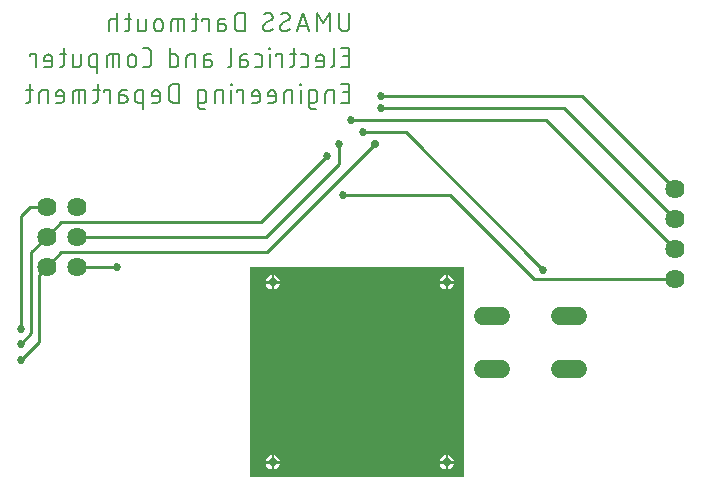
<source format=gbl>
G04 EAGLE Gerber RS-274X export*
G75*
%MOMM*%
%FSLAX34Y34*%
%LPD*%
%INBottom Copper*%
%IPPOS*%
%AMOC8*
5,1,8,0,0,1.08239X$1,22.5*%
G01*
%ADD10C,0.203200*%
%ADD11C,1.625600*%
%ADD12C,1.524000*%
%ADD13C,0.704800*%
%ADD14C,0.254000*%
%ADD15C,0.685800*%

G36*
X390020Y2544D02*
X390020Y2544D01*
X390039Y2542D01*
X390141Y2564D01*
X390243Y2580D01*
X390260Y2590D01*
X390280Y2594D01*
X390369Y2647D01*
X390460Y2696D01*
X390474Y2710D01*
X390491Y2720D01*
X390558Y2799D01*
X390630Y2874D01*
X390638Y2892D01*
X390651Y2907D01*
X390690Y3003D01*
X390733Y3097D01*
X390735Y3117D01*
X390743Y3135D01*
X390761Y3302D01*
X390761Y180000D01*
X390758Y180020D01*
X390760Y180039D01*
X390738Y180141D01*
X390722Y180243D01*
X390712Y180260D01*
X390708Y180280D01*
X390655Y180369D01*
X390606Y180460D01*
X390592Y180474D01*
X390582Y180491D01*
X390503Y180558D01*
X390428Y180630D01*
X390410Y180638D01*
X390395Y180651D01*
X390299Y180690D01*
X390205Y180733D01*
X390185Y180735D01*
X390167Y180743D01*
X390000Y180761D01*
X210000Y180761D01*
X209980Y180758D01*
X209961Y180760D01*
X209859Y180738D01*
X209757Y180722D01*
X209740Y180712D01*
X209720Y180708D01*
X209631Y180655D01*
X209540Y180606D01*
X209526Y180592D01*
X209509Y180582D01*
X209442Y180503D01*
X209371Y180428D01*
X209362Y180410D01*
X209349Y180395D01*
X209310Y180299D01*
X209267Y180205D01*
X209265Y180185D01*
X209257Y180167D01*
X209239Y180000D01*
X209239Y3302D01*
X209242Y3282D01*
X209240Y3263D01*
X209262Y3161D01*
X209279Y3059D01*
X209288Y3042D01*
X209292Y3022D01*
X209345Y2933D01*
X209394Y2842D01*
X209408Y2828D01*
X209418Y2811D01*
X209497Y2744D01*
X209572Y2672D01*
X209590Y2664D01*
X209605Y2651D01*
X209701Y2612D01*
X209795Y2569D01*
X209815Y2567D01*
X209833Y2559D01*
X210000Y2541D01*
X390000Y2541D01*
X390020Y2544D01*
G37*
%LPC*%
G36*
X229599Y168639D02*
X229599Y168639D01*
X229599Y173625D01*
X230369Y173472D01*
X231473Y173015D01*
X232466Y172351D01*
X233311Y171506D01*
X233975Y170513D01*
X234432Y169409D01*
X234585Y168639D01*
X229599Y168639D01*
G37*
%LPD*%
%LPC*%
G36*
X376919Y168639D02*
X376919Y168639D01*
X376919Y173625D01*
X377689Y173472D01*
X378793Y173015D01*
X379786Y172351D01*
X380631Y171506D01*
X381295Y170513D01*
X381752Y169409D01*
X381905Y168639D01*
X376919Y168639D01*
G37*
%LPD*%
%LPC*%
G36*
X229599Y16239D02*
X229599Y16239D01*
X229599Y21225D01*
X230369Y21072D01*
X231473Y20615D01*
X232466Y19951D01*
X233311Y19106D01*
X233975Y18113D01*
X234432Y17009D01*
X234585Y16239D01*
X229599Y16239D01*
G37*
%LPD*%
%LPC*%
G36*
X376919Y16239D02*
X376919Y16239D01*
X376919Y21225D01*
X377689Y21072D01*
X378793Y20615D01*
X379786Y19951D01*
X380631Y19106D01*
X381295Y18113D01*
X381752Y17009D01*
X381905Y16239D01*
X376919Y16239D01*
G37*
%LPD*%
%LPC*%
G36*
X222615Y168639D02*
X222615Y168639D01*
X222768Y169409D01*
X223225Y170513D01*
X223889Y171506D01*
X224734Y172351D01*
X225727Y173015D01*
X226831Y173472D01*
X227601Y173625D01*
X227601Y168639D01*
X222615Y168639D01*
G37*
%LPD*%
%LPC*%
G36*
X369935Y168639D02*
X369935Y168639D01*
X370088Y169409D01*
X370545Y170513D01*
X371209Y171506D01*
X372054Y172351D01*
X373047Y173015D01*
X374151Y173472D01*
X374921Y173625D01*
X374921Y168639D01*
X369935Y168639D01*
G37*
%LPD*%
%LPC*%
G36*
X376919Y166641D02*
X376919Y166641D01*
X381905Y166641D01*
X381752Y165871D01*
X381295Y164767D01*
X380631Y163774D01*
X379786Y162929D01*
X378793Y162265D01*
X377689Y161808D01*
X376919Y161655D01*
X376919Y166641D01*
G37*
%LPD*%
%LPC*%
G36*
X229599Y166641D02*
X229599Y166641D01*
X234585Y166641D01*
X234432Y165871D01*
X233975Y164767D01*
X233311Y163774D01*
X232466Y162929D01*
X231473Y162265D01*
X230369Y161808D01*
X229599Y161655D01*
X229599Y166641D01*
G37*
%LPD*%
%LPC*%
G36*
X222615Y16239D02*
X222615Y16239D01*
X222768Y17009D01*
X223225Y18113D01*
X223889Y19106D01*
X224734Y19951D01*
X225727Y20615D01*
X226831Y21072D01*
X227601Y21225D01*
X227601Y16239D01*
X222615Y16239D01*
G37*
%LPD*%
%LPC*%
G36*
X369935Y16239D02*
X369935Y16239D01*
X370088Y17009D01*
X370545Y18113D01*
X371209Y19106D01*
X372054Y19951D01*
X373047Y20615D01*
X374151Y21072D01*
X374921Y21225D01*
X374921Y16239D01*
X369935Y16239D01*
G37*
%LPD*%
%LPC*%
G36*
X376919Y14241D02*
X376919Y14241D01*
X381905Y14241D01*
X381752Y13471D01*
X381295Y12367D01*
X380631Y11374D01*
X379786Y10529D01*
X378793Y9865D01*
X377689Y9408D01*
X376919Y9255D01*
X376919Y14241D01*
G37*
%LPD*%
%LPC*%
G36*
X229599Y14241D02*
X229599Y14241D01*
X234585Y14241D01*
X234432Y13471D01*
X233975Y12367D01*
X233311Y11374D01*
X232466Y10529D01*
X231473Y9865D01*
X230369Y9408D01*
X229599Y9255D01*
X229599Y14241D01*
G37*
%LPD*%
%LPC*%
G36*
X374151Y161808D02*
X374151Y161808D01*
X373047Y162265D01*
X372054Y162929D01*
X371209Y163774D01*
X370545Y164767D01*
X370088Y165871D01*
X369935Y166641D01*
X374921Y166641D01*
X374921Y161655D01*
X374151Y161808D01*
G37*
%LPD*%
%LPC*%
G36*
X226831Y161808D02*
X226831Y161808D01*
X225727Y162265D01*
X224734Y162929D01*
X223889Y163774D01*
X223225Y164767D01*
X222768Y165871D01*
X222615Y166641D01*
X227601Y166641D01*
X227601Y161655D01*
X226831Y161808D01*
G37*
%LPD*%
%LPC*%
G36*
X374151Y9408D02*
X374151Y9408D01*
X373047Y9865D01*
X372054Y10529D01*
X371209Y11374D01*
X370545Y12367D01*
X370088Y13471D01*
X369935Y14241D01*
X374921Y14241D01*
X374921Y9255D01*
X374151Y9408D01*
G37*
%LPD*%
%LPC*%
G36*
X226831Y9408D02*
X226831Y9408D01*
X225727Y9865D01*
X224734Y10529D01*
X223889Y11374D01*
X223225Y12367D01*
X222768Y13471D01*
X222615Y14241D01*
X227601Y14241D01*
X227601Y9255D01*
X226831Y9408D01*
G37*
%LPD*%
D10*
X293558Y396085D02*
X293558Y384712D01*
X293556Y384581D01*
X293550Y384450D01*
X293540Y384320D01*
X293527Y384190D01*
X293509Y384060D01*
X293488Y383931D01*
X293462Y383803D01*
X293433Y383675D01*
X293400Y383548D01*
X293364Y383423D01*
X293323Y383298D01*
X293279Y383175D01*
X293231Y383053D01*
X293180Y382933D01*
X293125Y382814D01*
X293066Y382697D01*
X293004Y382582D01*
X292939Y382469D01*
X292870Y382357D01*
X292798Y382248D01*
X292723Y382141D01*
X292644Y382036D01*
X292563Y381934D01*
X292478Y381834D01*
X292390Y381737D01*
X292300Y381642D01*
X292207Y381550D01*
X292111Y381461D01*
X292012Y381375D01*
X291911Y381292D01*
X291808Y381212D01*
X291702Y381135D01*
X291594Y381062D01*
X291483Y380991D01*
X291371Y380924D01*
X291257Y380860D01*
X291141Y380800D01*
X291023Y380743D01*
X290903Y380690D01*
X290782Y380640D01*
X290659Y380594D01*
X290536Y380552D01*
X290411Y380514D01*
X290284Y380479D01*
X290157Y380448D01*
X290029Y380420D01*
X289901Y380397D01*
X289771Y380378D01*
X289641Y380362D01*
X289511Y380350D01*
X289380Y380342D01*
X289249Y380338D01*
X289119Y380338D01*
X288988Y380342D01*
X288857Y380350D01*
X288727Y380362D01*
X288597Y380378D01*
X288467Y380397D01*
X288339Y380420D01*
X288211Y380448D01*
X288084Y380479D01*
X287957Y380514D01*
X287832Y380552D01*
X287709Y380594D01*
X287586Y380640D01*
X287465Y380690D01*
X287345Y380743D01*
X287227Y380800D01*
X287111Y380860D01*
X286997Y380924D01*
X286885Y380991D01*
X286774Y381062D01*
X286666Y381135D01*
X286560Y381212D01*
X286457Y381292D01*
X286356Y381375D01*
X286257Y381461D01*
X286161Y381550D01*
X286068Y381642D01*
X285978Y381737D01*
X285890Y381834D01*
X285805Y381934D01*
X285724Y382036D01*
X285645Y382141D01*
X285570Y382248D01*
X285498Y382357D01*
X285429Y382469D01*
X285364Y382582D01*
X285302Y382697D01*
X285243Y382814D01*
X285188Y382933D01*
X285137Y383053D01*
X285089Y383175D01*
X285045Y383298D01*
X285004Y383423D01*
X284968Y383548D01*
X284935Y383675D01*
X284906Y383803D01*
X284880Y383931D01*
X284859Y384060D01*
X284841Y384190D01*
X284828Y384320D01*
X284818Y384450D01*
X284812Y384581D01*
X284810Y384712D01*
X284809Y384712D02*
X284809Y396085D01*
X276717Y396085D02*
X276717Y380337D01*
X271468Y387336D02*
X276717Y396085D01*
X271468Y387336D02*
X266219Y396085D01*
X266219Y380337D01*
X259523Y380337D02*
X254274Y396085D01*
X249024Y380337D01*
X250337Y384274D02*
X258211Y384274D01*
X238289Y380337D02*
X238172Y380339D01*
X238055Y380345D01*
X237939Y380355D01*
X237822Y380368D01*
X237707Y380386D01*
X237592Y380407D01*
X237478Y380432D01*
X237364Y380461D01*
X237252Y380494D01*
X237141Y380531D01*
X237031Y380571D01*
X236923Y380615D01*
X236816Y380662D01*
X236710Y380713D01*
X236607Y380768D01*
X236505Y380826D01*
X236406Y380887D01*
X236308Y380951D01*
X236213Y381019D01*
X236120Y381090D01*
X236029Y381164D01*
X235941Y381241D01*
X235856Y381321D01*
X235773Y381404D01*
X235693Y381489D01*
X235616Y381577D01*
X235542Y381668D01*
X235471Y381761D01*
X235403Y381856D01*
X235339Y381954D01*
X235278Y382053D01*
X235220Y382155D01*
X235165Y382258D01*
X235114Y382364D01*
X235067Y382471D01*
X235023Y382579D01*
X234983Y382689D01*
X234946Y382800D01*
X234913Y382912D01*
X234884Y383026D01*
X234859Y383140D01*
X234838Y383255D01*
X234820Y383370D01*
X234807Y383487D01*
X234797Y383603D01*
X234791Y383720D01*
X234789Y383837D01*
X238289Y380337D02*
X238466Y380339D01*
X238643Y380345D01*
X238819Y380356D01*
X238995Y380371D01*
X239171Y380390D01*
X239347Y380413D01*
X239521Y380440D01*
X239696Y380472D01*
X239869Y380508D01*
X240041Y380548D01*
X240212Y380592D01*
X240383Y380640D01*
X240552Y380692D01*
X240719Y380748D01*
X240886Y380808D01*
X241051Y380872D01*
X241214Y380940D01*
X241376Y381012D01*
X241535Y381088D01*
X241693Y381167D01*
X241849Y381251D01*
X242003Y381338D01*
X242155Y381429D01*
X242305Y381523D01*
X242452Y381621D01*
X242597Y381722D01*
X242740Y381827D01*
X242880Y381935D01*
X243017Y382046D01*
X243152Y382161D01*
X243283Y382279D01*
X243412Y382400D01*
X243538Y382524D01*
X243101Y392586D02*
X243099Y392703D01*
X243093Y392820D01*
X243083Y392936D01*
X243070Y393053D01*
X243052Y393168D01*
X243031Y393283D01*
X243006Y393397D01*
X242977Y393511D01*
X242944Y393623D01*
X242907Y393734D01*
X242867Y393844D01*
X242823Y393952D01*
X242776Y394059D01*
X242725Y394165D01*
X242670Y394268D01*
X242612Y394370D01*
X242551Y394469D01*
X242487Y394567D01*
X242419Y394662D01*
X242348Y394755D01*
X242274Y394846D01*
X242197Y394934D01*
X242117Y395019D01*
X242034Y395102D01*
X241949Y395182D01*
X241861Y395259D01*
X241770Y395333D01*
X241677Y395404D01*
X241582Y395472D01*
X241484Y395536D01*
X241385Y395597D01*
X241283Y395655D01*
X241180Y395710D01*
X241074Y395761D01*
X240967Y395808D01*
X240859Y395852D01*
X240749Y395892D01*
X240638Y395929D01*
X240526Y395962D01*
X240412Y395991D01*
X240298Y396016D01*
X240183Y396037D01*
X240068Y396055D01*
X239951Y396068D01*
X239835Y396078D01*
X239718Y396084D01*
X239601Y396086D01*
X239601Y396085D02*
X239445Y396083D01*
X239288Y396078D01*
X239132Y396068D01*
X238976Y396055D01*
X238821Y396038D01*
X238666Y396018D01*
X238511Y395994D01*
X238357Y395966D01*
X238204Y395935D01*
X238052Y395900D01*
X237900Y395861D01*
X237750Y395818D01*
X237600Y395773D01*
X237452Y395723D01*
X237305Y395670D01*
X237159Y395614D01*
X237014Y395554D01*
X236871Y395490D01*
X236730Y395424D01*
X236590Y395354D01*
X236452Y395280D01*
X236316Y395203D01*
X236181Y395124D01*
X236049Y395040D01*
X235918Y394954D01*
X235790Y394865D01*
X235664Y394773D01*
X241350Y389524D02*
X241449Y389584D01*
X241545Y389648D01*
X241639Y389714D01*
X241731Y389783D01*
X241821Y389856D01*
X241909Y389931D01*
X241993Y390009D01*
X242076Y390090D01*
X242155Y390173D01*
X242232Y390259D01*
X242306Y390347D01*
X242378Y390438D01*
X242446Y390531D01*
X242511Y390626D01*
X242573Y390724D01*
X242632Y390823D01*
X242687Y390924D01*
X242740Y391027D01*
X242789Y391131D01*
X242834Y391237D01*
X242876Y391344D01*
X242915Y391453D01*
X242950Y391563D01*
X242981Y391674D01*
X243009Y391786D01*
X243033Y391898D01*
X243053Y392012D01*
X243070Y392126D01*
X243083Y392241D01*
X243093Y392356D01*
X243098Y392471D01*
X243100Y392586D01*
X236539Y386899D02*
X236440Y386839D01*
X236344Y386775D01*
X236250Y386709D01*
X236158Y386640D01*
X236068Y386567D01*
X235980Y386492D01*
X235896Y386414D01*
X235813Y386333D01*
X235734Y386250D01*
X235657Y386164D01*
X235583Y386076D01*
X235511Y385985D01*
X235443Y385892D01*
X235378Y385797D01*
X235316Y385699D01*
X235257Y385600D01*
X235202Y385499D01*
X235149Y385396D01*
X235101Y385292D01*
X235055Y385186D01*
X235013Y385079D01*
X234974Y384970D01*
X234939Y384860D01*
X234908Y384749D01*
X234880Y384637D01*
X234856Y384525D01*
X234836Y384411D01*
X234819Y384297D01*
X234806Y384182D01*
X234796Y384067D01*
X234791Y383952D01*
X234789Y383837D01*
X236539Y386899D02*
X241351Y389523D01*
X223700Y380337D02*
X223583Y380339D01*
X223466Y380345D01*
X223350Y380355D01*
X223233Y380368D01*
X223118Y380386D01*
X223003Y380407D01*
X222889Y380432D01*
X222775Y380461D01*
X222663Y380494D01*
X222552Y380531D01*
X222442Y380571D01*
X222334Y380615D01*
X222227Y380662D01*
X222121Y380713D01*
X222018Y380768D01*
X221916Y380826D01*
X221817Y380887D01*
X221719Y380951D01*
X221624Y381019D01*
X221531Y381090D01*
X221440Y381164D01*
X221352Y381241D01*
X221267Y381321D01*
X221184Y381404D01*
X221104Y381489D01*
X221027Y381577D01*
X220953Y381668D01*
X220882Y381761D01*
X220814Y381856D01*
X220750Y381954D01*
X220689Y382053D01*
X220631Y382155D01*
X220576Y382258D01*
X220525Y382364D01*
X220478Y382471D01*
X220434Y382579D01*
X220394Y382689D01*
X220357Y382800D01*
X220324Y382912D01*
X220295Y383026D01*
X220270Y383140D01*
X220249Y383255D01*
X220231Y383370D01*
X220218Y383487D01*
X220208Y383603D01*
X220202Y383720D01*
X220200Y383837D01*
X223700Y380337D02*
X223877Y380339D01*
X224054Y380345D01*
X224230Y380356D01*
X224406Y380371D01*
X224582Y380390D01*
X224758Y380413D01*
X224932Y380440D01*
X225107Y380472D01*
X225280Y380508D01*
X225452Y380548D01*
X225623Y380592D01*
X225794Y380640D01*
X225963Y380692D01*
X226130Y380748D01*
X226297Y380808D01*
X226462Y380872D01*
X226625Y380940D01*
X226787Y381012D01*
X226946Y381088D01*
X227104Y381167D01*
X227260Y381251D01*
X227414Y381338D01*
X227566Y381429D01*
X227716Y381523D01*
X227863Y381621D01*
X228008Y381722D01*
X228151Y381827D01*
X228291Y381935D01*
X228428Y382046D01*
X228563Y382161D01*
X228694Y382279D01*
X228823Y382400D01*
X228949Y382524D01*
X228512Y392586D02*
X228510Y392703D01*
X228504Y392820D01*
X228494Y392936D01*
X228481Y393053D01*
X228463Y393168D01*
X228442Y393283D01*
X228417Y393397D01*
X228388Y393511D01*
X228355Y393623D01*
X228318Y393734D01*
X228278Y393844D01*
X228234Y393952D01*
X228187Y394059D01*
X228136Y394165D01*
X228081Y394268D01*
X228023Y394370D01*
X227962Y394469D01*
X227898Y394567D01*
X227830Y394662D01*
X227759Y394755D01*
X227685Y394846D01*
X227608Y394934D01*
X227528Y395019D01*
X227445Y395102D01*
X227360Y395182D01*
X227272Y395259D01*
X227181Y395333D01*
X227088Y395404D01*
X226993Y395472D01*
X226895Y395536D01*
X226796Y395597D01*
X226694Y395655D01*
X226591Y395710D01*
X226485Y395761D01*
X226378Y395808D01*
X226270Y395852D01*
X226160Y395892D01*
X226049Y395929D01*
X225937Y395962D01*
X225823Y395991D01*
X225709Y396016D01*
X225594Y396037D01*
X225479Y396055D01*
X225362Y396068D01*
X225246Y396078D01*
X225129Y396084D01*
X225012Y396086D01*
X225012Y396085D02*
X224856Y396083D01*
X224699Y396078D01*
X224543Y396068D01*
X224387Y396055D01*
X224232Y396038D01*
X224077Y396018D01*
X223922Y395994D01*
X223768Y395966D01*
X223615Y395935D01*
X223463Y395900D01*
X223311Y395861D01*
X223161Y395818D01*
X223011Y395773D01*
X222863Y395723D01*
X222716Y395670D01*
X222570Y395614D01*
X222425Y395554D01*
X222282Y395490D01*
X222141Y395424D01*
X222001Y395354D01*
X221863Y395280D01*
X221727Y395203D01*
X221592Y395124D01*
X221460Y395040D01*
X221329Y394954D01*
X221201Y394865D01*
X221075Y394773D01*
X226761Y389524D02*
X226860Y389584D01*
X226956Y389648D01*
X227050Y389714D01*
X227142Y389783D01*
X227232Y389856D01*
X227320Y389931D01*
X227404Y390009D01*
X227487Y390090D01*
X227566Y390173D01*
X227643Y390259D01*
X227717Y390347D01*
X227789Y390438D01*
X227857Y390531D01*
X227922Y390626D01*
X227984Y390724D01*
X228043Y390823D01*
X228098Y390924D01*
X228151Y391027D01*
X228200Y391131D01*
X228245Y391237D01*
X228287Y391344D01*
X228326Y391453D01*
X228361Y391563D01*
X228392Y391674D01*
X228420Y391786D01*
X228444Y391898D01*
X228464Y392012D01*
X228481Y392126D01*
X228494Y392241D01*
X228504Y392356D01*
X228509Y392471D01*
X228511Y392586D01*
X221950Y386899D02*
X221851Y386839D01*
X221755Y386775D01*
X221661Y386709D01*
X221569Y386640D01*
X221479Y386567D01*
X221391Y386492D01*
X221307Y386414D01*
X221224Y386333D01*
X221145Y386250D01*
X221068Y386164D01*
X220994Y386076D01*
X220922Y385985D01*
X220854Y385892D01*
X220789Y385797D01*
X220727Y385699D01*
X220668Y385600D01*
X220613Y385499D01*
X220560Y385396D01*
X220512Y385292D01*
X220466Y385186D01*
X220424Y385079D01*
X220385Y384970D01*
X220350Y384860D01*
X220319Y384749D01*
X220291Y384637D01*
X220267Y384525D01*
X220247Y384411D01*
X220230Y384297D01*
X220217Y384182D01*
X220207Y384067D01*
X220202Y383952D01*
X220200Y383837D01*
X221950Y386899D02*
X226762Y389523D01*
X204981Y396085D02*
X204981Y380337D01*
X204981Y396085D02*
X200607Y396085D01*
X200477Y396083D01*
X200348Y396077D01*
X200219Y396068D01*
X200090Y396054D01*
X199961Y396037D01*
X199833Y396016D01*
X199706Y395991D01*
X199580Y395963D01*
X199454Y395930D01*
X199330Y395894D01*
X199206Y395855D01*
X199084Y395811D01*
X198963Y395764D01*
X198844Y395714D01*
X198726Y395660D01*
X198610Y395602D01*
X198495Y395541D01*
X198383Y395477D01*
X198272Y395410D01*
X198163Y395339D01*
X198057Y395265D01*
X197953Y395188D01*
X197851Y395108D01*
X197752Y395024D01*
X197655Y394938D01*
X197560Y394849D01*
X197469Y394758D01*
X197380Y394663D01*
X197294Y394566D01*
X197210Y394467D01*
X197130Y394365D01*
X197053Y394261D01*
X196979Y394155D01*
X196908Y394046D01*
X196841Y393935D01*
X196777Y393823D01*
X196716Y393708D01*
X196658Y393592D01*
X196604Y393474D01*
X196554Y393355D01*
X196507Y393234D01*
X196463Y393112D01*
X196424Y392988D01*
X196388Y392864D01*
X196355Y392738D01*
X196327Y392612D01*
X196302Y392485D01*
X196281Y392357D01*
X196264Y392228D01*
X196250Y392099D01*
X196241Y391970D01*
X196235Y391841D01*
X196233Y391711D01*
X196232Y391711D02*
X196232Y384712D01*
X196233Y384712D02*
X196235Y384582D01*
X196241Y384453D01*
X196250Y384324D01*
X196264Y384195D01*
X196281Y384066D01*
X196302Y383938D01*
X196327Y383811D01*
X196355Y383685D01*
X196388Y383559D01*
X196424Y383435D01*
X196463Y383311D01*
X196507Y383189D01*
X196554Y383068D01*
X196604Y382949D01*
X196658Y382831D01*
X196716Y382715D01*
X196777Y382600D01*
X196841Y382488D01*
X196908Y382377D01*
X196979Y382268D01*
X197053Y382162D01*
X197130Y382058D01*
X197210Y381956D01*
X197294Y381857D01*
X197380Y381760D01*
X197469Y381665D01*
X197560Y381574D01*
X197655Y381485D01*
X197752Y381399D01*
X197851Y381315D01*
X197953Y381235D01*
X198057Y381158D01*
X198163Y381084D01*
X198272Y381013D01*
X198383Y380946D01*
X198495Y380882D01*
X198610Y380821D01*
X198726Y380763D01*
X198844Y380709D01*
X198963Y380659D01*
X199084Y380612D01*
X199206Y380568D01*
X199330Y380529D01*
X199454Y380493D01*
X199580Y380460D01*
X199706Y380432D01*
X199833Y380407D01*
X199961Y380386D01*
X200090Y380369D01*
X200219Y380355D01*
X200348Y380346D01*
X200477Y380340D01*
X200607Y380338D01*
X200607Y380337D02*
X204981Y380337D01*
X186022Y386461D02*
X182085Y386461D01*
X186022Y386461D02*
X186131Y386459D01*
X186240Y386453D01*
X186349Y386443D01*
X186458Y386430D01*
X186566Y386412D01*
X186673Y386391D01*
X186779Y386366D01*
X186885Y386337D01*
X186989Y386304D01*
X187092Y386268D01*
X187194Y386228D01*
X187294Y386184D01*
X187393Y386137D01*
X187489Y386086D01*
X187584Y386032D01*
X187677Y385975D01*
X187768Y385914D01*
X187857Y385850D01*
X187943Y385783D01*
X188027Y385713D01*
X188109Y385640D01*
X188187Y385564D01*
X188263Y385486D01*
X188336Y385404D01*
X188406Y385320D01*
X188473Y385234D01*
X188537Y385145D01*
X188598Y385054D01*
X188655Y384961D01*
X188709Y384866D01*
X188760Y384770D01*
X188807Y384671D01*
X188851Y384571D01*
X188891Y384469D01*
X188927Y384366D01*
X188960Y384262D01*
X188989Y384156D01*
X189014Y384050D01*
X189035Y383943D01*
X189053Y383835D01*
X189066Y383726D01*
X189076Y383617D01*
X189082Y383508D01*
X189084Y383399D01*
X189082Y383290D01*
X189076Y383181D01*
X189066Y383072D01*
X189053Y382963D01*
X189035Y382855D01*
X189014Y382748D01*
X188989Y382642D01*
X188960Y382536D01*
X188927Y382432D01*
X188891Y382329D01*
X188851Y382227D01*
X188807Y382127D01*
X188760Y382028D01*
X188709Y381932D01*
X188655Y381837D01*
X188598Y381744D01*
X188537Y381653D01*
X188473Y381564D01*
X188406Y381478D01*
X188336Y381394D01*
X188263Y381312D01*
X188187Y381234D01*
X188109Y381158D01*
X188027Y381085D01*
X187943Y381015D01*
X187857Y380948D01*
X187768Y380884D01*
X187677Y380823D01*
X187584Y380766D01*
X187489Y380712D01*
X187393Y380661D01*
X187294Y380614D01*
X187194Y380570D01*
X187092Y380530D01*
X186989Y380494D01*
X186885Y380461D01*
X186779Y380432D01*
X186673Y380407D01*
X186566Y380386D01*
X186458Y380368D01*
X186349Y380355D01*
X186240Y380345D01*
X186131Y380339D01*
X186022Y380337D01*
X182085Y380337D01*
X182085Y388211D01*
X182087Y388312D01*
X182093Y388412D01*
X182102Y388512D01*
X182116Y388612D01*
X182133Y388711D01*
X182154Y388809D01*
X182179Y388907D01*
X182207Y389003D01*
X182240Y389098D01*
X182275Y389192D01*
X182315Y389285D01*
X182358Y389376D01*
X182404Y389465D01*
X182454Y389552D01*
X182507Y389638D01*
X182563Y389721D01*
X182622Y389802D01*
X182685Y389881D01*
X182750Y389957D01*
X182819Y390031D01*
X182890Y390102D01*
X182964Y390171D01*
X183040Y390236D01*
X183119Y390299D01*
X183200Y390358D01*
X183283Y390414D01*
X183369Y390467D01*
X183456Y390517D01*
X183545Y390563D01*
X183636Y390606D01*
X183729Y390646D01*
X183823Y390682D01*
X183918Y390714D01*
X184014Y390742D01*
X184112Y390767D01*
X184210Y390788D01*
X184309Y390805D01*
X184409Y390819D01*
X184509Y390828D01*
X184609Y390834D01*
X184710Y390836D01*
X188209Y390836D01*
X174305Y390836D02*
X174305Y380337D01*
X174305Y390836D02*
X169055Y390836D01*
X169055Y389086D01*
X165335Y390836D02*
X160086Y390836D01*
X163585Y396085D02*
X163585Y382962D01*
X163586Y382962D02*
X163584Y382861D01*
X163578Y382761D01*
X163569Y382661D01*
X163555Y382561D01*
X163538Y382462D01*
X163517Y382364D01*
X163492Y382266D01*
X163464Y382170D01*
X163431Y382075D01*
X163396Y381981D01*
X163356Y381888D01*
X163313Y381797D01*
X163267Y381708D01*
X163217Y381621D01*
X163164Y381535D01*
X163108Y381452D01*
X163049Y381371D01*
X162986Y381292D01*
X162921Y381216D01*
X162852Y381142D01*
X162781Y381071D01*
X162707Y381002D01*
X162631Y380937D01*
X162552Y380874D01*
X162471Y380815D01*
X162388Y380759D01*
X162302Y380706D01*
X162215Y380656D01*
X162126Y380610D01*
X162035Y380567D01*
X161942Y380527D01*
X161848Y380491D01*
X161753Y380459D01*
X161657Y380431D01*
X161559Y380406D01*
X161461Y380385D01*
X161362Y380368D01*
X161262Y380354D01*
X161162Y380345D01*
X161062Y380339D01*
X160961Y380337D01*
X160086Y380337D01*
X153231Y380337D02*
X153231Y390836D01*
X145357Y390836D01*
X145256Y390834D01*
X145156Y390828D01*
X145056Y390819D01*
X144956Y390805D01*
X144857Y390788D01*
X144759Y390767D01*
X144661Y390742D01*
X144565Y390714D01*
X144470Y390681D01*
X144376Y390646D01*
X144283Y390606D01*
X144192Y390563D01*
X144103Y390517D01*
X144016Y390467D01*
X143930Y390414D01*
X143847Y390358D01*
X143766Y390299D01*
X143687Y390236D01*
X143611Y390171D01*
X143537Y390102D01*
X143466Y390031D01*
X143397Y389957D01*
X143332Y389881D01*
X143269Y389802D01*
X143210Y389721D01*
X143154Y389638D01*
X143101Y389552D01*
X143051Y389465D01*
X143005Y389376D01*
X142962Y389285D01*
X142922Y389192D01*
X142887Y389098D01*
X142854Y389003D01*
X142826Y388907D01*
X142801Y388809D01*
X142780Y388711D01*
X142763Y388612D01*
X142749Y388512D01*
X142740Y388412D01*
X142734Y388312D01*
X142732Y388211D01*
X142732Y380337D01*
X147981Y380337D02*
X147981Y390836D01*
X135329Y387336D02*
X135329Y383837D01*
X135329Y387336D02*
X135327Y387454D01*
X135321Y387572D01*
X135311Y387690D01*
X135297Y387807D01*
X135279Y387924D01*
X135257Y388041D01*
X135232Y388156D01*
X135202Y388270D01*
X135168Y388384D01*
X135131Y388496D01*
X135090Y388607D01*
X135045Y388716D01*
X134997Y388824D01*
X134945Y388930D01*
X134889Y389035D01*
X134830Y389137D01*
X134768Y389237D01*
X134702Y389335D01*
X134633Y389431D01*
X134560Y389525D01*
X134485Y389616D01*
X134406Y389704D01*
X134325Y389790D01*
X134240Y389873D01*
X134153Y389953D01*
X134064Y390030D01*
X133971Y390104D01*
X133877Y390174D01*
X133780Y390242D01*
X133680Y390306D01*
X133579Y390367D01*
X133476Y390424D01*
X133370Y390478D01*
X133263Y390529D01*
X133155Y390575D01*
X133045Y390618D01*
X132933Y390657D01*
X132820Y390693D01*
X132706Y390724D01*
X132591Y390752D01*
X132476Y390776D01*
X132359Y390796D01*
X132242Y390812D01*
X132124Y390824D01*
X132006Y390832D01*
X131888Y390836D01*
X131770Y390836D01*
X131652Y390832D01*
X131534Y390824D01*
X131416Y390812D01*
X131299Y390796D01*
X131182Y390776D01*
X131067Y390752D01*
X130952Y390724D01*
X130838Y390693D01*
X130725Y390657D01*
X130613Y390618D01*
X130503Y390575D01*
X130395Y390529D01*
X130288Y390478D01*
X130182Y390424D01*
X130079Y390367D01*
X129978Y390306D01*
X129878Y390242D01*
X129781Y390174D01*
X129687Y390104D01*
X129594Y390030D01*
X129505Y389953D01*
X129418Y389873D01*
X129333Y389790D01*
X129252Y389704D01*
X129173Y389616D01*
X129098Y389525D01*
X129025Y389431D01*
X128956Y389335D01*
X128890Y389237D01*
X128828Y389137D01*
X128769Y389035D01*
X128713Y388930D01*
X128661Y388824D01*
X128613Y388716D01*
X128568Y388607D01*
X128527Y388496D01*
X128490Y388384D01*
X128456Y388270D01*
X128426Y388156D01*
X128401Y388041D01*
X128379Y387924D01*
X128361Y387807D01*
X128347Y387690D01*
X128337Y387572D01*
X128331Y387454D01*
X128329Y387336D01*
X128330Y387336D02*
X128330Y383837D01*
X128329Y383837D02*
X128331Y383719D01*
X128337Y383601D01*
X128347Y383483D01*
X128361Y383366D01*
X128379Y383249D01*
X128401Y383132D01*
X128426Y383017D01*
X128456Y382903D01*
X128490Y382789D01*
X128527Y382677D01*
X128568Y382566D01*
X128613Y382457D01*
X128661Y382349D01*
X128713Y382243D01*
X128769Y382138D01*
X128828Y382036D01*
X128890Y381936D01*
X128956Y381838D01*
X129025Y381742D01*
X129098Y381648D01*
X129173Y381557D01*
X129252Y381469D01*
X129333Y381383D01*
X129418Y381300D01*
X129505Y381220D01*
X129594Y381143D01*
X129687Y381069D01*
X129781Y380999D01*
X129878Y380931D01*
X129978Y380867D01*
X130079Y380806D01*
X130182Y380749D01*
X130288Y380695D01*
X130395Y380644D01*
X130503Y380598D01*
X130613Y380555D01*
X130725Y380516D01*
X130838Y380480D01*
X130952Y380449D01*
X131067Y380421D01*
X131182Y380397D01*
X131299Y380377D01*
X131416Y380361D01*
X131534Y380349D01*
X131652Y380341D01*
X131770Y380337D01*
X131888Y380337D01*
X132006Y380341D01*
X132124Y380349D01*
X132242Y380361D01*
X132359Y380377D01*
X132476Y380397D01*
X132591Y380421D01*
X132706Y380449D01*
X132820Y380480D01*
X132933Y380516D01*
X133045Y380555D01*
X133155Y380598D01*
X133263Y380644D01*
X133370Y380695D01*
X133476Y380749D01*
X133579Y380806D01*
X133680Y380867D01*
X133780Y380931D01*
X133877Y380999D01*
X133971Y381069D01*
X134064Y381143D01*
X134153Y381220D01*
X134240Y381300D01*
X134325Y381383D01*
X134406Y381469D01*
X134485Y381557D01*
X134560Y381648D01*
X134633Y381742D01*
X134702Y381838D01*
X134768Y381936D01*
X134830Y382036D01*
X134889Y382138D01*
X134945Y382243D01*
X134997Y382349D01*
X135045Y382457D01*
X135090Y382566D01*
X135131Y382677D01*
X135168Y382789D01*
X135202Y382903D01*
X135232Y383017D01*
X135257Y383132D01*
X135279Y383249D01*
X135297Y383366D01*
X135311Y383483D01*
X135321Y383601D01*
X135327Y383719D01*
X135329Y383837D01*
X121261Y382962D02*
X121261Y390836D01*
X121261Y382962D02*
X121259Y382861D01*
X121253Y382761D01*
X121244Y382661D01*
X121230Y382561D01*
X121213Y382462D01*
X121192Y382364D01*
X121167Y382266D01*
X121139Y382170D01*
X121106Y382075D01*
X121071Y381981D01*
X121031Y381888D01*
X120988Y381797D01*
X120942Y381708D01*
X120892Y381621D01*
X120839Y381535D01*
X120783Y381452D01*
X120724Y381371D01*
X120661Y381292D01*
X120596Y381216D01*
X120527Y381142D01*
X120456Y381071D01*
X120382Y381002D01*
X120306Y380937D01*
X120227Y380874D01*
X120146Y380815D01*
X120063Y380759D01*
X119977Y380706D01*
X119890Y380656D01*
X119801Y380610D01*
X119710Y380567D01*
X119617Y380527D01*
X119523Y380492D01*
X119428Y380459D01*
X119332Y380431D01*
X119234Y380406D01*
X119136Y380385D01*
X119037Y380368D01*
X118937Y380354D01*
X118837Y380345D01*
X118737Y380339D01*
X118636Y380337D01*
X114262Y380337D01*
X114262Y390836D01*
X108542Y390836D02*
X103292Y390836D01*
X106792Y396085D02*
X106792Y382962D01*
X106790Y382861D01*
X106784Y382761D01*
X106775Y382661D01*
X106761Y382561D01*
X106744Y382462D01*
X106723Y382364D01*
X106698Y382266D01*
X106670Y382170D01*
X106637Y382075D01*
X106602Y381981D01*
X106562Y381888D01*
X106519Y381797D01*
X106473Y381708D01*
X106423Y381621D01*
X106370Y381535D01*
X106314Y381452D01*
X106255Y381371D01*
X106192Y381292D01*
X106127Y381216D01*
X106058Y381142D01*
X105987Y381071D01*
X105913Y381002D01*
X105837Y380937D01*
X105758Y380874D01*
X105677Y380815D01*
X105594Y380759D01*
X105508Y380706D01*
X105421Y380656D01*
X105332Y380610D01*
X105241Y380567D01*
X105148Y380527D01*
X105054Y380491D01*
X104959Y380459D01*
X104863Y380431D01*
X104765Y380406D01*
X104667Y380385D01*
X104568Y380368D01*
X104468Y380354D01*
X104368Y380345D01*
X104268Y380339D01*
X104167Y380337D01*
X103292Y380337D01*
X96772Y380337D02*
X96772Y396085D01*
X96772Y390836D02*
X92397Y390836D01*
X92296Y390834D01*
X92196Y390828D01*
X92096Y390819D01*
X91996Y390805D01*
X91897Y390788D01*
X91799Y390767D01*
X91701Y390742D01*
X91605Y390714D01*
X91510Y390681D01*
X91416Y390646D01*
X91323Y390606D01*
X91232Y390563D01*
X91143Y390517D01*
X91056Y390467D01*
X90970Y390414D01*
X90887Y390358D01*
X90806Y390299D01*
X90727Y390236D01*
X90651Y390171D01*
X90577Y390102D01*
X90506Y390031D01*
X90437Y389957D01*
X90372Y389881D01*
X90309Y389802D01*
X90250Y389721D01*
X90194Y389638D01*
X90141Y389552D01*
X90091Y389465D01*
X90045Y389376D01*
X90002Y389285D01*
X89962Y389192D01*
X89927Y389098D01*
X89894Y389003D01*
X89866Y388907D01*
X89841Y388809D01*
X89820Y388711D01*
X89803Y388612D01*
X89789Y388512D01*
X89780Y388412D01*
X89774Y388312D01*
X89772Y388211D01*
X89773Y388211D02*
X89773Y380337D01*
X286559Y350111D02*
X293558Y350111D01*
X293558Y365859D01*
X286559Y365859D01*
X288309Y358860D02*
X293558Y358860D01*
X280556Y352736D02*
X280556Y365859D01*
X280556Y352736D02*
X280554Y352635D01*
X280548Y352535D01*
X280539Y352435D01*
X280525Y352335D01*
X280508Y352236D01*
X280487Y352138D01*
X280462Y352040D01*
X280434Y351944D01*
X280401Y351849D01*
X280366Y351755D01*
X280326Y351662D01*
X280283Y351571D01*
X280237Y351482D01*
X280187Y351395D01*
X280134Y351309D01*
X280078Y351226D01*
X280019Y351145D01*
X279956Y351066D01*
X279891Y350990D01*
X279822Y350916D01*
X279751Y350845D01*
X279677Y350776D01*
X279601Y350711D01*
X279522Y350648D01*
X279441Y350589D01*
X279358Y350533D01*
X279272Y350480D01*
X279185Y350430D01*
X279096Y350384D01*
X279005Y350341D01*
X278912Y350301D01*
X278818Y350266D01*
X278723Y350233D01*
X278627Y350205D01*
X278529Y350180D01*
X278431Y350159D01*
X278332Y350142D01*
X278232Y350128D01*
X278132Y350119D01*
X278032Y350113D01*
X277931Y350111D01*
X269774Y350111D02*
X265399Y350111D01*
X269774Y350111D02*
X269875Y350113D01*
X269975Y350119D01*
X270075Y350128D01*
X270175Y350142D01*
X270274Y350159D01*
X270372Y350180D01*
X270470Y350205D01*
X270566Y350233D01*
X270661Y350266D01*
X270755Y350301D01*
X270848Y350341D01*
X270939Y350384D01*
X271028Y350430D01*
X271115Y350480D01*
X271201Y350533D01*
X271284Y350589D01*
X271365Y350648D01*
X271444Y350711D01*
X271520Y350776D01*
X271594Y350845D01*
X271665Y350916D01*
X271734Y350990D01*
X271799Y351066D01*
X271862Y351145D01*
X271921Y351226D01*
X271977Y351309D01*
X272030Y351395D01*
X272080Y351482D01*
X272126Y351571D01*
X272169Y351662D01*
X272209Y351755D01*
X272245Y351849D01*
X272277Y351944D01*
X272305Y352040D01*
X272330Y352138D01*
X272351Y352236D01*
X272368Y352335D01*
X272382Y352435D01*
X272391Y352535D01*
X272397Y352635D01*
X272399Y352736D01*
X272398Y352736D02*
X272398Y357110D01*
X272399Y357110D02*
X272397Y357228D01*
X272391Y357346D01*
X272381Y357464D01*
X272367Y357581D01*
X272349Y357698D01*
X272327Y357815D01*
X272302Y357930D01*
X272272Y358044D01*
X272238Y358158D01*
X272201Y358270D01*
X272160Y358381D01*
X272115Y358490D01*
X272067Y358598D01*
X272015Y358704D01*
X271959Y358809D01*
X271900Y358911D01*
X271838Y359011D01*
X271772Y359109D01*
X271703Y359205D01*
X271630Y359299D01*
X271555Y359390D01*
X271476Y359478D01*
X271395Y359564D01*
X271310Y359647D01*
X271223Y359727D01*
X271134Y359804D01*
X271041Y359878D01*
X270947Y359948D01*
X270850Y360016D01*
X270750Y360080D01*
X270649Y360141D01*
X270546Y360198D01*
X270440Y360252D01*
X270333Y360303D01*
X270225Y360349D01*
X270115Y360392D01*
X270003Y360431D01*
X269890Y360467D01*
X269776Y360498D01*
X269661Y360526D01*
X269546Y360550D01*
X269429Y360570D01*
X269312Y360586D01*
X269194Y360598D01*
X269076Y360606D01*
X268958Y360610D01*
X268840Y360610D01*
X268722Y360606D01*
X268604Y360598D01*
X268486Y360586D01*
X268369Y360570D01*
X268252Y360550D01*
X268137Y360526D01*
X268022Y360498D01*
X267908Y360467D01*
X267795Y360431D01*
X267683Y360392D01*
X267573Y360349D01*
X267465Y360303D01*
X267358Y360252D01*
X267252Y360198D01*
X267149Y360141D01*
X267048Y360080D01*
X266948Y360016D01*
X266851Y359948D01*
X266757Y359878D01*
X266664Y359804D01*
X266575Y359727D01*
X266488Y359647D01*
X266403Y359564D01*
X266322Y359478D01*
X266243Y359390D01*
X266168Y359299D01*
X266095Y359205D01*
X266026Y359109D01*
X265960Y359011D01*
X265898Y358911D01*
X265839Y358809D01*
X265783Y358704D01*
X265731Y358598D01*
X265683Y358490D01*
X265638Y358381D01*
X265597Y358270D01*
X265560Y358158D01*
X265526Y358044D01*
X265496Y357930D01*
X265471Y357815D01*
X265449Y357698D01*
X265431Y357581D01*
X265417Y357464D01*
X265407Y357346D01*
X265401Y357228D01*
X265399Y357110D01*
X265399Y355360D01*
X272398Y355360D01*
X256205Y350111D02*
X252706Y350111D01*
X256205Y350111D02*
X256306Y350113D01*
X256406Y350119D01*
X256506Y350128D01*
X256606Y350142D01*
X256705Y350159D01*
X256803Y350180D01*
X256901Y350205D01*
X256997Y350233D01*
X257092Y350266D01*
X257186Y350301D01*
X257279Y350341D01*
X257370Y350384D01*
X257459Y350430D01*
X257546Y350480D01*
X257632Y350533D01*
X257715Y350589D01*
X257796Y350648D01*
X257875Y350711D01*
X257951Y350776D01*
X258025Y350845D01*
X258096Y350916D01*
X258165Y350990D01*
X258230Y351066D01*
X258293Y351145D01*
X258352Y351226D01*
X258408Y351309D01*
X258461Y351395D01*
X258511Y351482D01*
X258557Y351571D01*
X258600Y351662D01*
X258640Y351755D01*
X258676Y351849D01*
X258708Y351944D01*
X258736Y352040D01*
X258761Y352138D01*
X258782Y352236D01*
X258799Y352335D01*
X258813Y352435D01*
X258822Y352535D01*
X258828Y352635D01*
X258830Y352736D01*
X258830Y357985D01*
X258828Y358086D01*
X258822Y358186D01*
X258813Y358286D01*
X258799Y358386D01*
X258782Y358485D01*
X258761Y358583D01*
X258736Y358681D01*
X258708Y358777D01*
X258675Y358872D01*
X258640Y358966D01*
X258600Y359059D01*
X258557Y359150D01*
X258511Y359239D01*
X258461Y359326D01*
X258408Y359412D01*
X258352Y359495D01*
X258293Y359576D01*
X258230Y359655D01*
X258165Y359731D01*
X258096Y359805D01*
X258025Y359876D01*
X257951Y359945D01*
X257875Y360010D01*
X257796Y360073D01*
X257715Y360132D01*
X257632Y360188D01*
X257546Y360241D01*
X257459Y360291D01*
X257370Y360337D01*
X257279Y360380D01*
X257186Y360420D01*
X257092Y360455D01*
X256997Y360488D01*
X256901Y360516D01*
X256803Y360541D01*
X256705Y360562D01*
X256606Y360579D01*
X256506Y360593D01*
X256406Y360602D01*
X256306Y360608D01*
X256205Y360610D01*
X252706Y360610D01*
X248216Y360610D02*
X242967Y360610D01*
X246467Y365859D02*
X246467Y352736D01*
X246465Y352635D01*
X246459Y352535D01*
X246450Y352435D01*
X246436Y352335D01*
X246419Y352236D01*
X246398Y352138D01*
X246373Y352040D01*
X246345Y351944D01*
X246312Y351849D01*
X246277Y351755D01*
X246237Y351662D01*
X246194Y351571D01*
X246148Y351482D01*
X246098Y351395D01*
X246045Y351309D01*
X245989Y351226D01*
X245930Y351145D01*
X245867Y351066D01*
X245802Y350990D01*
X245733Y350916D01*
X245662Y350845D01*
X245588Y350776D01*
X245512Y350711D01*
X245433Y350648D01*
X245352Y350589D01*
X245269Y350533D01*
X245183Y350480D01*
X245096Y350430D01*
X245007Y350384D01*
X244916Y350341D01*
X244823Y350301D01*
X244729Y350265D01*
X244634Y350233D01*
X244538Y350205D01*
X244440Y350180D01*
X244342Y350159D01*
X244243Y350142D01*
X244143Y350128D01*
X244043Y350119D01*
X243943Y350113D01*
X243842Y350111D01*
X242967Y350111D01*
X236344Y350111D02*
X236344Y360610D01*
X231095Y360610D01*
X231095Y358860D01*
X226173Y360610D02*
X226173Y350111D01*
X226611Y364984D02*
X226611Y365859D01*
X225736Y365859D01*
X225736Y364984D01*
X226611Y364984D01*
X217127Y350111D02*
X213628Y350111D01*
X217127Y350111D02*
X217228Y350113D01*
X217328Y350119D01*
X217428Y350128D01*
X217528Y350142D01*
X217627Y350159D01*
X217725Y350180D01*
X217823Y350205D01*
X217919Y350233D01*
X218014Y350266D01*
X218108Y350301D01*
X218201Y350341D01*
X218292Y350384D01*
X218381Y350430D01*
X218468Y350480D01*
X218554Y350533D01*
X218637Y350589D01*
X218718Y350648D01*
X218797Y350711D01*
X218873Y350776D01*
X218947Y350845D01*
X219018Y350916D01*
X219087Y350990D01*
X219152Y351066D01*
X219215Y351145D01*
X219274Y351226D01*
X219330Y351309D01*
X219383Y351395D01*
X219433Y351482D01*
X219479Y351571D01*
X219522Y351662D01*
X219562Y351755D01*
X219598Y351849D01*
X219630Y351944D01*
X219658Y352040D01*
X219683Y352138D01*
X219704Y352236D01*
X219721Y352335D01*
X219735Y352435D01*
X219744Y352535D01*
X219750Y352635D01*
X219752Y352736D01*
X219752Y357985D01*
X219750Y358086D01*
X219744Y358186D01*
X219735Y358286D01*
X219721Y358386D01*
X219704Y358485D01*
X219683Y358583D01*
X219658Y358681D01*
X219630Y358777D01*
X219597Y358872D01*
X219562Y358966D01*
X219522Y359059D01*
X219479Y359150D01*
X219433Y359239D01*
X219383Y359326D01*
X219330Y359412D01*
X219274Y359495D01*
X219215Y359576D01*
X219152Y359655D01*
X219087Y359731D01*
X219018Y359805D01*
X218947Y359876D01*
X218873Y359945D01*
X218797Y360010D01*
X218718Y360073D01*
X218637Y360132D01*
X218554Y360188D01*
X218468Y360241D01*
X218381Y360291D01*
X218292Y360337D01*
X218201Y360380D01*
X218108Y360420D01*
X218014Y360455D01*
X217919Y360488D01*
X217823Y360516D01*
X217725Y360541D01*
X217627Y360562D01*
X217528Y360579D01*
X217428Y360593D01*
X217328Y360602D01*
X217228Y360608D01*
X217127Y360610D01*
X213628Y360610D01*
X204815Y356235D02*
X200878Y356235D01*
X204815Y356235D02*
X204924Y356233D01*
X205033Y356227D01*
X205142Y356217D01*
X205251Y356204D01*
X205359Y356186D01*
X205466Y356165D01*
X205572Y356140D01*
X205678Y356111D01*
X205782Y356078D01*
X205885Y356042D01*
X205987Y356002D01*
X206087Y355958D01*
X206186Y355911D01*
X206282Y355860D01*
X206377Y355806D01*
X206470Y355749D01*
X206561Y355688D01*
X206650Y355624D01*
X206736Y355557D01*
X206820Y355487D01*
X206902Y355414D01*
X206980Y355338D01*
X207056Y355260D01*
X207129Y355178D01*
X207199Y355094D01*
X207266Y355008D01*
X207330Y354919D01*
X207391Y354828D01*
X207448Y354735D01*
X207502Y354640D01*
X207553Y354544D01*
X207600Y354445D01*
X207644Y354345D01*
X207684Y354243D01*
X207720Y354140D01*
X207753Y354036D01*
X207782Y353930D01*
X207807Y353824D01*
X207828Y353717D01*
X207846Y353609D01*
X207859Y353500D01*
X207869Y353391D01*
X207875Y353282D01*
X207877Y353173D01*
X207875Y353064D01*
X207869Y352955D01*
X207859Y352846D01*
X207846Y352737D01*
X207828Y352629D01*
X207807Y352522D01*
X207782Y352416D01*
X207753Y352310D01*
X207720Y352206D01*
X207684Y352103D01*
X207644Y352001D01*
X207600Y351901D01*
X207553Y351802D01*
X207502Y351706D01*
X207448Y351611D01*
X207391Y351518D01*
X207330Y351427D01*
X207266Y351338D01*
X207199Y351252D01*
X207129Y351168D01*
X207056Y351086D01*
X206980Y351008D01*
X206902Y350932D01*
X206820Y350859D01*
X206736Y350789D01*
X206650Y350722D01*
X206561Y350658D01*
X206470Y350597D01*
X206377Y350540D01*
X206282Y350486D01*
X206186Y350435D01*
X206087Y350388D01*
X205987Y350344D01*
X205885Y350304D01*
X205782Y350268D01*
X205678Y350235D01*
X205572Y350206D01*
X205466Y350181D01*
X205359Y350160D01*
X205251Y350142D01*
X205142Y350129D01*
X205033Y350119D01*
X204924Y350113D01*
X204815Y350111D01*
X200878Y350111D01*
X200878Y357985D01*
X200880Y358086D01*
X200886Y358186D01*
X200895Y358286D01*
X200909Y358386D01*
X200926Y358485D01*
X200947Y358583D01*
X200972Y358681D01*
X201000Y358777D01*
X201033Y358872D01*
X201068Y358966D01*
X201108Y359059D01*
X201151Y359150D01*
X201197Y359239D01*
X201247Y359326D01*
X201300Y359412D01*
X201356Y359495D01*
X201415Y359576D01*
X201478Y359655D01*
X201543Y359731D01*
X201612Y359805D01*
X201683Y359876D01*
X201757Y359945D01*
X201833Y360010D01*
X201912Y360073D01*
X201993Y360132D01*
X202076Y360188D01*
X202162Y360241D01*
X202249Y360291D01*
X202338Y360337D01*
X202429Y360380D01*
X202522Y360420D01*
X202616Y360456D01*
X202711Y360488D01*
X202807Y360516D01*
X202905Y360541D01*
X203003Y360562D01*
X203102Y360579D01*
X203202Y360593D01*
X203302Y360602D01*
X203402Y360608D01*
X203503Y360610D01*
X207003Y360610D01*
X193542Y365859D02*
X193542Y352736D01*
X193540Y352635D01*
X193534Y352535D01*
X193525Y352435D01*
X193511Y352335D01*
X193494Y352236D01*
X193473Y352138D01*
X193448Y352040D01*
X193420Y351944D01*
X193387Y351849D01*
X193352Y351755D01*
X193312Y351662D01*
X193269Y351571D01*
X193223Y351482D01*
X193173Y351395D01*
X193120Y351309D01*
X193064Y351226D01*
X193005Y351145D01*
X192942Y351066D01*
X192877Y350990D01*
X192808Y350916D01*
X192737Y350845D01*
X192663Y350776D01*
X192587Y350711D01*
X192508Y350648D01*
X192427Y350589D01*
X192344Y350533D01*
X192258Y350480D01*
X192171Y350430D01*
X192082Y350384D01*
X191991Y350341D01*
X191898Y350301D01*
X191804Y350266D01*
X191709Y350233D01*
X191613Y350205D01*
X191515Y350180D01*
X191417Y350159D01*
X191318Y350142D01*
X191218Y350128D01*
X191118Y350119D01*
X191018Y350113D01*
X190917Y350111D01*
X174074Y356235D02*
X170137Y356235D01*
X174074Y356235D02*
X174183Y356233D01*
X174292Y356227D01*
X174401Y356217D01*
X174510Y356204D01*
X174618Y356186D01*
X174725Y356165D01*
X174831Y356140D01*
X174937Y356111D01*
X175041Y356078D01*
X175144Y356042D01*
X175246Y356002D01*
X175346Y355958D01*
X175445Y355911D01*
X175541Y355860D01*
X175636Y355806D01*
X175729Y355749D01*
X175820Y355688D01*
X175909Y355624D01*
X175995Y355557D01*
X176079Y355487D01*
X176161Y355414D01*
X176239Y355338D01*
X176315Y355260D01*
X176388Y355178D01*
X176458Y355094D01*
X176525Y355008D01*
X176589Y354919D01*
X176650Y354828D01*
X176707Y354735D01*
X176761Y354640D01*
X176812Y354544D01*
X176859Y354445D01*
X176903Y354345D01*
X176943Y354243D01*
X176979Y354140D01*
X177012Y354036D01*
X177041Y353930D01*
X177066Y353824D01*
X177087Y353717D01*
X177105Y353609D01*
X177118Y353500D01*
X177128Y353391D01*
X177134Y353282D01*
X177136Y353173D01*
X177134Y353064D01*
X177128Y352955D01*
X177118Y352846D01*
X177105Y352737D01*
X177087Y352629D01*
X177066Y352522D01*
X177041Y352416D01*
X177012Y352310D01*
X176979Y352206D01*
X176943Y352103D01*
X176903Y352001D01*
X176859Y351901D01*
X176812Y351802D01*
X176761Y351706D01*
X176707Y351611D01*
X176650Y351518D01*
X176589Y351427D01*
X176525Y351338D01*
X176458Y351252D01*
X176388Y351168D01*
X176315Y351086D01*
X176239Y351008D01*
X176161Y350932D01*
X176079Y350859D01*
X175995Y350789D01*
X175909Y350722D01*
X175820Y350658D01*
X175729Y350597D01*
X175636Y350540D01*
X175541Y350486D01*
X175445Y350435D01*
X175346Y350388D01*
X175246Y350344D01*
X175144Y350304D01*
X175041Y350268D01*
X174937Y350235D01*
X174831Y350206D01*
X174725Y350181D01*
X174618Y350160D01*
X174510Y350142D01*
X174401Y350129D01*
X174292Y350119D01*
X174183Y350113D01*
X174074Y350111D01*
X170137Y350111D01*
X170137Y357985D01*
X170139Y358086D01*
X170145Y358186D01*
X170154Y358286D01*
X170168Y358386D01*
X170185Y358485D01*
X170206Y358583D01*
X170231Y358681D01*
X170259Y358777D01*
X170292Y358872D01*
X170327Y358966D01*
X170367Y359059D01*
X170410Y359150D01*
X170456Y359239D01*
X170506Y359326D01*
X170559Y359412D01*
X170615Y359495D01*
X170674Y359576D01*
X170737Y359655D01*
X170802Y359731D01*
X170871Y359805D01*
X170942Y359876D01*
X171016Y359945D01*
X171092Y360010D01*
X171171Y360073D01*
X171252Y360132D01*
X171335Y360188D01*
X171421Y360241D01*
X171508Y360291D01*
X171597Y360337D01*
X171688Y360380D01*
X171781Y360420D01*
X171875Y360456D01*
X171970Y360488D01*
X172066Y360516D01*
X172164Y360541D01*
X172262Y360562D01*
X172361Y360579D01*
X172461Y360593D01*
X172561Y360602D01*
X172661Y360608D01*
X172762Y360610D01*
X176261Y360610D01*
X162459Y360610D02*
X162459Y350111D01*
X162459Y360610D02*
X158084Y360610D01*
X157983Y360608D01*
X157883Y360602D01*
X157783Y360593D01*
X157683Y360579D01*
X157584Y360562D01*
X157486Y360541D01*
X157388Y360516D01*
X157292Y360488D01*
X157197Y360455D01*
X157103Y360420D01*
X157010Y360380D01*
X156919Y360337D01*
X156830Y360291D01*
X156743Y360241D01*
X156657Y360188D01*
X156574Y360132D01*
X156493Y360073D01*
X156414Y360010D01*
X156338Y359945D01*
X156264Y359876D01*
X156193Y359805D01*
X156124Y359731D01*
X156059Y359655D01*
X155996Y359576D01*
X155937Y359495D01*
X155881Y359412D01*
X155828Y359326D01*
X155778Y359239D01*
X155732Y359150D01*
X155689Y359059D01*
X155649Y358966D01*
X155614Y358872D01*
X155581Y358777D01*
X155553Y358681D01*
X155528Y358583D01*
X155507Y358485D01*
X155490Y358386D01*
X155476Y358286D01*
X155467Y358186D01*
X155461Y358086D01*
X155459Y357985D01*
X155460Y357985D02*
X155460Y350111D01*
X141480Y350111D02*
X141480Y365859D01*
X141480Y350111D02*
X145854Y350111D01*
X145955Y350113D01*
X146055Y350119D01*
X146155Y350128D01*
X146255Y350142D01*
X146354Y350159D01*
X146452Y350180D01*
X146550Y350205D01*
X146646Y350233D01*
X146741Y350266D01*
X146835Y350301D01*
X146928Y350341D01*
X147019Y350384D01*
X147108Y350430D01*
X147195Y350480D01*
X147281Y350533D01*
X147364Y350589D01*
X147445Y350648D01*
X147524Y350711D01*
X147600Y350776D01*
X147674Y350845D01*
X147745Y350916D01*
X147814Y350990D01*
X147879Y351066D01*
X147942Y351145D01*
X148001Y351226D01*
X148057Y351309D01*
X148110Y351395D01*
X148160Y351482D01*
X148206Y351571D01*
X148249Y351662D01*
X148289Y351755D01*
X148325Y351849D01*
X148357Y351944D01*
X148385Y352040D01*
X148410Y352138D01*
X148431Y352236D01*
X148448Y352335D01*
X148462Y352435D01*
X148471Y352535D01*
X148477Y352635D01*
X148479Y352736D01*
X148479Y357985D01*
X148477Y358086D01*
X148471Y358186D01*
X148462Y358286D01*
X148448Y358386D01*
X148431Y358485D01*
X148410Y358583D01*
X148385Y358681D01*
X148357Y358777D01*
X148324Y358872D01*
X148289Y358966D01*
X148249Y359059D01*
X148206Y359150D01*
X148160Y359239D01*
X148110Y359326D01*
X148057Y359412D01*
X148001Y359495D01*
X147942Y359576D01*
X147879Y359655D01*
X147814Y359731D01*
X147745Y359805D01*
X147674Y359876D01*
X147600Y359945D01*
X147524Y360010D01*
X147445Y360073D01*
X147364Y360132D01*
X147281Y360188D01*
X147195Y360241D01*
X147108Y360291D01*
X147019Y360337D01*
X146928Y360380D01*
X146835Y360420D01*
X146741Y360455D01*
X146646Y360488D01*
X146550Y360516D01*
X146452Y360541D01*
X146354Y360562D01*
X146255Y360579D01*
X146155Y360593D01*
X146055Y360602D01*
X145955Y360608D01*
X145854Y360610D01*
X141480Y360610D01*
X122367Y350111D02*
X118867Y350111D01*
X122367Y350111D02*
X122484Y350113D01*
X122601Y350119D01*
X122717Y350129D01*
X122834Y350142D01*
X122949Y350160D01*
X123064Y350181D01*
X123178Y350206D01*
X123292Y350235D01*
X123404Y350268D01*
X123515Y350305D01*
X123625Y350345D01*
X123733Y350389D01*
X123840Y350436D01*
X123946Y350487D01*
X124049Y350542D01*
X124151Y350600D01*
X124250Y350661D01*
X124348Y350725D01*
X124443Y350793D01*
X124536Y350864D01*
X124627Y350938D01*
X124715Y351015D01*
X124800Y351095D01*
X124883Y351178D01*
X124963Y351263D01*
X125040Y351351D01*
X125114Y351442D01*
X125185Y351535D01*
X125253Y351630D01*
X125317Y351728D01*
X125378Y351827D01*
X125436Y351929D01*
X125491Y352032D01*
X125542Y352138D01*
X125589Y352245D01*
X125633Y352353D01*
X125673Y352463D01*
X125710Y352574D01*
X125743Y352686D01*
X125772Y352800D01*
X125797Y352914D01*
X125818Y353029D01*
X125836Y353145D01*
X125849Y353261D01*
X125859Y353377D01*
X125865Y353494D01*
X125867Y353611D01*
X125866Y353611D02*
X125866Y362360D01*
X125867Y362360D02*
X125865Y362477D01*
X125859Y362594D01*
X125849Y362710D01*
X125836Y362826D01*
X125818Y362942D01*
X125797Y363057D01*
X125772Y363171D01*
X125743Y363285D01*
X125710Y363397D01*
X125673Y363508D01*
X125633Y363618D01*
X125589Y363726D01*
X125542Y363833D01*
X125491Y363939D01*
X125436Y364042D01*
X125378Y364144D01*
X125317Y364243D01*
X125253Y364341D01*
X125185Y364436D01*
X125114Y364529D01*
X125040Y364620D01*
X124963Y364708D01*
X124883Y364793D01*
X124800Y364876D01*
X124715Y364956D01*
X124627Y365033D01*
X124536Y365107D01*
X124443Y365178D01*
X124348Y365246D01*
X124250Y365310D01*
X124151Y365371D01*
X124049Y365429D01*
X123946Y365484D01*
X123840Y365535D01*
X123733Y365582D01*
X123625Y365626D01*
X123515Y365666D01*
X123404Y365703D01*
X123292Y365736D01*
X123178Y365765D01*
X123064Y365790D01*
X122949Y365811D01*
X122834Y365829D01*
X122717Y365842D01*
X122601Y365852D01*
X122484Y365858D01*
X122367Y365860D01*
X122367Y365859D02*
X118867Y365859D01*
X112960Y357110D02*
X112960Y353611D01*
X112960Y357110D02*
X112958Y357228D01*
X112952Y357346D01*
X112942Y357464D01*
X112928Y357581D01*
X112910Y357698D01*
X112888Y357815D01*
X112863Y357930D01*
X112833Y358044D01*
X112799Y358158D01*
X112762Y358270D01*
X112721Y358381D01*
X112676Y358490D01*
X112628Y358598D01*
X112576Y358704D01*
X112520Y358809D01*
X112461Y358911D01*
X112399Y359011D01*
X112333Y359109D01*
X112264Y359205D01*
X112191Y359299D01*
X112116Y359390D01*
X112037Y359478D01*
X111956Y359564D01*
X111871Y359647D01*
X111784Y359727D01*
X111695Y359804D01*
X111602Y359878D01*
X111508Y359948D01*
X111411Y360016D01*
X111311Y360080D01*
X111210Y360141D01*
X111107Y360198D01*
X111001Y360252D01*
X110894Y360303D01*
X110786Y360349D01*
X110676Y360392D01*
X110564Y360431D01*
X110451Y360467D01*
X110337Y360498D01*
X110222Y360526D01*
X110107Y360550D01*
X109990Y360570D01*
X109873Y360586D01*
X109755Y360598D01*
X109637Y360606D01*
X109519Y360610D01*
X109401Y360610D01*
X109283Y360606D01*
X109165Y360598D01*
X109047Y360586D01*
X108930Y360570D01*
X108813Y360550D01*
X108698Y360526D01*
X108583Y360498D01*
X108469Y360467D01*
X108356Y360431D01*
X108244Y360392D01*
X108134Y360349D01*
X108026Y360303D01*
X107919Y360252D01*
X107813Y360198D01*
X107710Y360141D01*
X107609Y360080D01*
X107509Y360016D01*
X107412Y359948D01*
X107318Y359878D01*
X107225Y359804D01*
X107136Y359727D01*
X107049Y359647D01*
X106964Y359564D01*
X106883Y359478D01*
X106804Y359390D01*
X106729Y359299D01*
X106656Y359205D01*
X106587Y359109D01*
X106521Y359011D01*
X106459Y358911D01*
X106400Y358809D01*
X106344Y358704D01*
X106292Y358598D01*
X106244Y358490D01*
X106199Y358381D01*
X106158Y358270D01*
X106121Y358158D01*
X106087Y358044D01*
X106057Y357930D01*
X106032Y357815D01*
X106010Y357698D01*
X105992Y357581D01*
X105978Y357464D01*
X105968Y357346D01*
X105962Y357228D01*
X105960Y357110D01*
X105961Y357110D02*
X105961Y353611D01*
X105960Y353611D02*
X105962Y353493D01*
X105968Y353375D01*
X105978Y353257D01*
X105992Y353140D01*
X106010Y353023D01*
X106032Y352906D01*
X106057Y352791D01*
X106087Y352677D01*
X106121Y352563D01*
X106158Y352451D01*
X106199Y352340D01*
X106244Y352231D01*
X106292Y352123D01*
X106344Y352017D01*
X106400Y351912D01*
X106459Y351810D01*
X106521Y351710D01*
X106587Y351612D01*
X106656Y351516D01*
X106729Y351422D01*
X106804Y351331D01*
X106883Y351243D01*
X106964Y351157D01*
X107049Y351074D01*
X107136Y350994D01*
X107225Y350917D01*
X107318Y350843D01*
X107412Y350773D01*
X107509Y350705D01*
X107609Y350641D01*
X107710Y350580D01*
X107813Y350523D01*
X107919Y350469D01*
X108026Y350418D01*
X108134Y350372D01*
X108244Y350329D01*
X108356Y350290D01*
X108469Y350254D01*
X108583Y350223D01*
X108698Y350195D01*
X108813Y350171D01*
X108930Y350151D01*
X109047Y350135D01*
X109165Y350123D01*
X109283Y350115D01*
X109401Y350111D01*
X109519Y350111D01*
X109637Y350115D01*
X109755Y350123D01*
X109873Y350135D01*
X109990Y350151D01*
X110107Y350171D01*
X110222Y350195D01*
X110337Y350223D01*
X110451Y350254D01*
X110564Y350290D01*
X110676Y350329D01*
X110786Y350372D01*
X110894Y350418D01*
X111001Y350469D01*
X111107Y350523D01*
X111210Y350580D01*
X111311Y350641D01*
X111411Y350705D01*
X111508Y350773D01*
X111602Y350843D01*
X111695Y350917D01*
X111784Y350994D01*
X111871Y351074D01*
X111956Y351157D01*
X112037Y351243D01*
X112116Y351331D01*
X112191Y351422D01*
X112264Y351516D01*
X112333Y351612D01*
X112399Y351710D01*
X112461Y351810D01*
X112520Y351912D01*
X112576Y352017D01*
X112628Y352123D01*
X112676Y352231D01*
X112721Y352340D01*
X112762Y352451D01*
X112799Y352563D01*
X112833Y352677D01*
X112863Y352791D01*
X112888Y352906D01*
X112910Y353023D01*
X112928Y353140D01*
X112942Y353257D01*
X112952Y353375D01*
X112958Y353493D01*
X112960Y353611D01*
X98557Y350111D02*
X98557Y360610D01*
X90683Y360610D01*
X90582Y360608D01*
X90482Y360602D01*
X90382Y360593D01*
X90282Y360579D01*
X90183Y360562D01*
X90085Y360541D01*
X89987Y360516D01*
X89891Y360488D01*
X89796Y360455D01*
X89702Y360420D01*
X89609Y360380D01*
X89518Y360337D01*
X89429Y360291D01*
X89342Y360241D01*
X89256Y360188D01*
X89173Y360132D01*
X89092Y360073D01*
X89013Y360010D01*
X88937Y359945D01*
X88863Y359876D01*
X88792Y359805D01*
X88723Y359731D01*
X88658Y359655D01*
X88595Y359576D01*
X88536Y359495D01*
X88480Y359412D01*
X88427Y359326D01*
X88377Y359239D01*
X88331Y359150D01*
X88288Y359059D01*
X88248Y358966D01*
X88213Y358872D01*
X88180Y358777D01*
X88152Y358681D01*
X88127Y358583D01*
X88106Y358485D01*
X88089Y358386D01*
X88075Y358286D01*
X88066Y358186D01*
X88060Y358086D01*
X88058Y357985D01*
X88059Y357985D02*
X88059Y350111D01*
X93308Y350111D02*
X93308Y360610D01*
X80046Y360610D02*
X80046Y344862D01*
X80046Y360610D02*
X75672Y360610D01*
X75571Y360608D01*
X75471Y360602D01*
X75371Y360593D01*
X75271Y360579D01*
X75172Y360562D01*
X75074Y360541D01*
X74976Y360516D01*
X74880Y360488D01*
X74785Y360455D01*
X74691Y360420D01*
X74598Y360380D01*
X74507Y360337D01*
X74418Y360291D01*
X74331Y360241D01*
X74245Y360188D01*
X74162Y360132D01*
X74081Y360073D01*
X74002Y360010D01*
X73926Y359945D01*
X73852Y359876D01*
X73781Y359805D01*
X73712Y359731D01*
X73647Y359655D01*
X73584Y359576D01*
X73525Y359495D01*
X73469Y359412D01*
X73416Y359326D01*
X73366Y359239D01*
X73320Y359150D01*
X73277Y359059D01*
X73237Y358966D01*
X73202Y358872D01*
X73169Y358777D01*
X73141Y358681D01*
X73116Y358583D01*
X73095Y358485D01*
X73078Y358386D01*
X73064Y358286D01*
X73055Y358186D01*
X73049Y358086D01*
X73047Y357985D01*
X73047Y352736D01*
X73049Y352635D01*
X73055Y352535D01*
X73064Y352435D01*
X73078Y352335D01*
X73095Y352236D01*
X73116Y352138D01*
X73141Y352040D01*
X73169Y351944D01*
X73202Y351849D01*
X73237Y351755D01*
X73277Y351662D01*
X73320Y351571D01*
X73366Y351482D01*
X73416Y351395D01*
X73469Y351309D01*
X73525Y351226D01*
X73584Y351145D01*
X73647Y351066D01*
X73712Y350990D01*
X73781Y350916D01*
X73852Y350845D01*
X73926Y350776D01*
X74002Y350711D01*
X74081Y350648D01*
X74162Y350589D01*
X74245Y350533D01*
X74331Y350480D01*
X74418Y350430D01*
X74507Y350384D01*
X74598Y350341D01*
X74691Y350301D01*
X74785Y350266D01*
X74880Y350233D01*
X74976Y350205D01*
X75074Y350180D01*
X75172Y350159D01*
X75271Y350142D01*
X75371Y350128D01*
X75471Y350119D01*
X75571Y350113D01*
X75672Y350111D01*
X80046Y350111D01*
X66066Y352736D02*
X66066Y360610D01*
X66067Y352736D02*
X66065Y352635D01*
X66059Y352535D01*
X66050Y352435D01*
X66036Y352335D01*
X66019Y352236D01*
X65998Y352138D01*
X65973Y352040D01*
X65945Y351944D01*
X65912Y351849D01*
X65877Y351755D01*
X65837Y351662D01*
X65794Y351571D01*
X65748Y351482D01*
X65698Y351395D01*
X65645Y351309D01*
X65589Y351226D01*
X65530Y351145D01*
X65467Y351066D01*
X65402Y350990D01*
X65333Y350916D01*
X65262Y350845D01*
X65188Y350776D01*
X65112Y350711D01*
X65033Y350648D01*
X64952Y350589D01*
X64869Y350533D01*
X64783Y350480D01*
X64696Y350430D01*
X64607Y350384D01*
X64516Y350341D01*
X64423Y350301D01*
X64329Y350266D01*
X64234Y350233D01*
X64138Y350205D01*
X64040Y350180D01*
X63942Y350159D01*
X63843Y350142D01*
X63743Y350128D01*
X63643Y350119D01*
X63543Y350113D01*
X63442Y350111D01*
X59067Y350111D01*
X59067Y360610D01*
X53347Y360610D02*
X48098Y360610D01*
X51597Y365859D02*
X51597Y352736D01*
X51598Y352736D02*
X51596Y352635D01*
X51590Y352535D01*
X51581Y352435D01*
X51567Y352335D01*
X51550Y352236D01*
X51529Y352138D01*
X51504Y352040D01*
X51476Y351944D01*
X51443Y351849D01*
X51408Y351755D01*
X51368Y351662D01*
X51325Y351571D01*
X51279Y351482D01*
X51229Y351395D01*
X51176Y351309D01*
X51120Y351226D01*
X51061Y351145D01*
X50998Y351066D01*
X50933Y350990D01*
X50864Y350916D01*
X50793Y350845D01*
X50719Y350776D01*
X50643Y350711D01*
X50564Y350648D01*
X50483Y350589D01*
X50400Y350533D01*
X50314Y350480D01*
X50227Y350430D01*
X50138Y350384D01*
X50047Y350341D01*
X49954Y350301D01*
X49860Y350265D01*
X49765Y350233D01*
X49669Y350205D01*
X49571Y350180D01*
X49473Y350159D01*
X49374Y350142D01*
X49274Y350128D01*
X49174Y350119D01*
X49074Y350113D01*
X48973Y350111D01*
X48098Y350111D01*
X39474Y350111D02*
X35099Y350111D01*
X39474Y350111D02*
X39575Y350113D01*
X39675Y350119D01*
X39775Y350128D01*
X39875Y350142D01*
X39974Y350159D01*
X40072Y350180D01*
X40170Y350205D01*
X40266Y350233D01*
X40361Y350266D01*
X40455Y350301D01*
X40548Y350341D01*
X40639Y350384D01*
X40728Y350430D01*
X40815Y350480D01*
X40901Y350533D01*
X40984Y350589D01*
X41065Y350648D01*
X41144Y350711D01*
X41220Y350776D01*
X41294Y350845D01*
X41365Y350916D01*
X41434Y350990D01*
X41499Y351066D01*
X41562Y351145D01*
X41621Y351226D01*
X41677Y351309D01*
X41730Y351395D01*
X41780Y351482D01*
X41826Y351571D01*
X41869Y351662D01*
X41909Y351755D01*
X41945Y351849D01*
X41977Y351944D01*
X42005Y352040D01*
X42030Y352138D01*
X42051Y352236D01*
X42068Y352335D01*
X42082Y352435D01*
X42091Y352535D01*
X42097Y352635D01*
X42099Y352736D01*
X42098Y352736D02*
X42098Y357110D01*
X42099Y357110D02*
X42097Y357228D01*
X42091Y357346D01*
X42081Y357464D01*
X42067Y357581D01*
X42049Y357698D01*
X42027Y357815D01*
X42002Y357930D01*
X41972Y358044D01*
X41938Y358158D01*
X41901Y358270D01*
X41860Y358381D01*
X41815Y358490D01*
X41767Y358598D01*
X41715Y358704D01*
X41659Y358809D01*
X41600Y358911D01*
X41538Y359011D01*
X41472Y359109D01*
X41403Y359205D01*
X41330Y359299D01*
X41255Y359390D01*
X41176Y359478D01*
X41095Y359564D01*
X41010Y359647D01*
X40923Y359727D01*
X40834Y359804D01*
X40741Y359878D01*
X40647Y359948D01*
X40550Y360016D01*
X40450Y360080D01*
X40349Y360141D01*
X40246Y360198D01*
X40140Y360252D01*
X40033Y360303D01*
X39925Y360349D01*
X39815Y360392D01*
X39703Y360431D01*
X39590Y360467D01*
X39476Y360498D01*
X39361Y360526D01*
X39246Y360550D01*
X39129Y360570D01*
X39012Y360586D01*
X38894Y360598D01*
X38776Y360606D01*
X38658Y360610D01*
X38540Y360610D01*
X38422Y360606D01*
X38304Y360598D01*
X38186Y360586D01*
X38069Y360570D01*
X37952Y360550D01*
X37837Y360526D01*
X37722Y360498D01*
X37608Y360467D01*
X37495Y360431D01*
X37383Y360392D01*
X37273Y360349D01*
X37165Y360303D01*
X37058Y360252D01*
X36952Y360198D01*
X36849Y360141D01*
X36748Y360080D01*
X36648Y360016D01*
X36551Y359948D01*
X36457Y359878D01*
X36364Y359804D01*
X36275Y359727D01*
X36188Y359647D01*
X36103Y359564D01*
X36022Y359478D01*
X35943Y359390D01*
X35868Y359299D01*
X35795Y359205D01*
X35726Y359109D01*
X35660Y359011D01*
X35598Y358911D01*
X35539Y358809D01*
X35483Y358704D01*
X35431Y358598D01*
X35383Y358490D01*
X35338Y358381D01*
X35297Y358270D01*
X35260Y358158D01*
X35226Y358044D01*
X35196Y357930D01*
X35171Y357815D01*
X35149Y357698D01*
X35131Y357581D01*
X35117Y357464D01*
X35107Y357346D01*
X35101Y357228D01*
X35099Y357110D01*
X35099Y355360D01*
X42098Y355360D01*
X27928Y350111D02*
X27928Y360610D01*
X22679Y360610D01*
X22679Y358860D01*
X286559Y319885D02*
X293558Y319885D01*
X293558Y335633D01*
X286559Y335633D01*
X288309Y328634D02*
X293558Y328634D01*
X280214Y330384D02*
X280214Y319885D01*
X280214Y330384D02*
X275839Y330384D01*
X275738Y330382D01*
X275638Y330376D01*
X275538Y330367D01*
X275438Y330353D01*
X275339Y330336D01*
X275241Y330315D01*
X275143Y330290D01*
X275047Y330262D01*
X274952Y330229D01*
X274858Y330194D01*
X274765Y330154D01*
X274674Y330111D01*
X274585Y330065D01*
X274498Y330015D01*
X274412Y329962D01*
X274329Y329906D01*
X274248Y329847D01*
X274169Y329784D01*
X274093Y329719D01*
X274019Y329650D01*
X273948Y329579D01*
X273879Y329505D01*
X273814Y329429D01*
X273751Y329350D01*
X273692Y329269D01*
X273636Y329186D01*
X273583Y329100D01*
X273533Y329013D01*
X273487Y328924D01*
X273444Y328833D01*
X273404Y328740D01*
X273369Y328646D01*
X273336Y328551D01*
X273308Y328455D01*
X273283Y328357D01*
X273262Y328259D01*
X273245Y328160D01*
X273231Y328060D01*
X273222Y327960D01*
X273216Y327860D01*
X273214Y327759D01*
X273215Y327759D02*
X273215Y319885D01*
X263609Y319885D02*
X259235Y319885D01*
X263609Y319885D02*
X263710Y319887D01*
X263810Y319893D01*
X263910Y319902D01*
X264010Y319916D01*
X264109Y319933D01*
X264207Y319954D01*
X264305Y319979D01*
X264401Y320007D01*
X264496Y320040D01*
X264590Y320075D01*
X264683Y320115D01*
X264774Y320158D01*
X264863Y320204D01*
X264950Y320254D01*
X265036Y320307D01*
X265119Y320363D01*
X265200Y320422D01*
X265279Y320485D01*
X265355Y320550D01*
X265429Y320619D01*
X265500Y320690D01*
X265569Y320764D01*
X265634Y320840D01*
X265697Y320919D01*
X265756Y321000D01*
X265812Y321083D01*
X265865Y321169D01*
X265915Y321256D01*
X265961Y321345D01*
X266004Y321436D01*
X266044Y321529D01*
X266080Y321623D01*
X266112Y321718D01*
X266140Y321814D01*
X266165Y321912D01*
X266186Y322010D01*
X266203Y322109D01*
X266217Y322209D01*
X266226Y322309D01*
X266232Y322409D01*
X266234Y322510D01*
X266234Y327759D01*
X266232Y327860D01*
X266226Y327960D01*
X266217Y328060D01*
X266203Y328160D01*
X266186Y328259D01*
X266165Y328357D01*
X266140Y328455D01*
X266112Y328551D01*
X266079Y328646D01*
X266044Y328740D01*
X266004Y328833D01*
X265961Y328924D01*
X265915Y329013D01*
X265865Y329100D01*
X265812Y329186D01*
X265756Y329269D01*
X265697Y329350D01*
X265634Y329429D01*
X265569Y329505D01*
X265500Y329579D01*
X265429Y329650D01*
X265355Y329719D01*
X265279Y329784D01*
X265200Y329847D01*
X265119Y329906D01*
X265036Y329962D01*
X264950Y330015D01*
X264863Y330065D01*
X264774Y330111D01*
X264683Y330154D01*
X264590Y330194D01*
X264496Y330229D01*
X264401Y330262D01*
X264305Y330290D01*
X264207Y330315D01*
X264109Y330336D01*
X264010Y330353D01*
X263910Y330367D01*
X263810Y330376D01*
X263710Y330382D01*
X263609Y330384D01*
X259235Y330384D01*
X259235Y317260D01*
X259237Y317159D01*
X259243Y317059D01*
X259252Y316959D01*
X259266Y316859D01*
X259283Y316760D01*
X259304Y316662D01*
X259329Y316564D01*
X259357Y316468D01*
X259390Y316373D01*
X259425Y316279D01*
X259465Y316186D01*
X259508Y316095D01*
X259554Y316006D01*
X259604Y315919D01*
X259657Y315833D01*
X259713Y315750D01*
X259772Y315669D01*
X259835Y315590D01*
X259900Y315514D01*
X259969Y315440D01*
X260040Y315369D01*
X260114Y315300D01*
X260190Y315235D01*
X260269Y315172D01*
X260350Y315113D01*
X260433Y315057D01*
X260519Y315004D01*
X260606Y314954D01*
X260695Y314908D01*
X260786Y314865D01*
X260879Y314825D01*
X260973Y314790D01*
X261068Y314757D01*
X261164Y314729D01*
X261262Y314704D01*
X261360Y314683D01*
X261459Y314666D01*
X261559Y314652D01*
X261659Y314643D01*
X261759Y314637D01*
X261860Y314635D01*
X261860Y314636D02*
X265359Y314636D01*
X252225Y319885D02*
X252225Y330384D01*
X252663Y334758D02*
X252663Y335633D01*
X251788Y335633D01*
X251788Y334758D01*
X252663Y334758D01*
X245304Y330384D02*
X245304Y319885D01*
X245304Y330384D02*
X240930Y330384D01*
X240829Y330382D01*
X240729Y330376D01*
X240629Y330367D01*
X240529Y330353D01*
X240430Y330336D01*
X240332Y330315D01*
X240234Y330290D01*
X240138Y330262D01*
X240043Y330229D01*
X239949Y330194D01*
X239856Y330154D01*
X239765Y330111D01*
X239676Y330065D01*
X239589Y330015D01*
X239503Y329962D01*
X239420Y329906D01*
X239339Y329847D01*
X239260Y329784D01*
X239184Y329719D01*
X239110Y329650D01*
X239039Y329579D01*
X238970Y329505D01*
X238905Y329429D01*
X238842Y329350D01*
X238783Y329269D01*
X238727Y329186D01*
X238674Y329100D01*
X238624Y329013D01*
X238578Y328924D01*
X238535Y328833D01*
X238495Y328740D01*
X238460Y328646D01*
X238427Y328551D01*
X238399Y328455D01*
X238374Y328357D01*
X238353Y328259D01*
X238336Y328160D01*
X238322Y328060D01*
X238313Y327960D01*
X238307Y327860D01*
X238305Y327759D01*
X238305Y319885D01*
X228611Y319885D02*
X224237Y319885D01*
X228611Y319885D02*
X228712Y319887D01*
X228812Y319893D01*
X228912Y319902D01*
X229012Y319916D01*
X229111Y319933D01*
X229209Y319954D01*
X229307Y319979D01*
X229403Y320007D01*
X229498Y320040D01*
X229592Y320075D01*
X229685Y320115D01*
X229776Y320158D01*
X229865Y320204D01*
X229952Y320254D01*
X230038Y320307D01*
X230121Y320363D01*
X230202Y320422D01*
X230281Y320485D01*
X230357Y320550D01*
X230431Y320619D01*
X230502Y320690D01*
X230571Y320764D01*
X230636Y320840D01*
X230699Y320919D01*
X230758Y321000D01*
X230814Y321083D01*
X230867Y321169D01*
X230917Y321256D01*
X230963Y321345D01*
X231006Y321436D01*
X231046Y321529D01*
X231082Y321623D01*
X231114Y321718D01*
X231142Y321814D01*
X231167Y321912D01*
X231188Y322010D01*
X231205Y322109D01*
X231219Y322209D01*
X231228Y322309D01*
X231234Y322409D01*
X231236Y322510D01*
X231236Y326884D01*
X231237Y326884D02*
X231235Y327002D01*
X231229Y327120D01*
X231219Y327238D01*
X231205Y327355D01*
X231187Y327472D01*
X231165Y327589D01*
X231140Y327704D01*
X231110Y327818D01*
X231076Y327932D01*
X231039Y328044D01*
X230998Y328155D01*
X230953Y328264D01*
X230905Y328372D01*
X230853Y328478D01*
X230797Y328583D01*
X230738Y328685D01*
X230676Y328785D01*
X230610Y328883D01*
X230541Y328979D01*
X230468Y329073D01*
X230393Y329164D01*
X230314Y329252D01*
X230233Y329338D01*
X230148Y329421D01*
X230061Y329501D01*
X229972Y329578D01*
X229879Y329652D01*
X229785Y329722D01*
X229688Y329790D01*
X229588Y329854D01*
X229487Y329915D01*
X229384Y329972D01*
X229278Y330026D01*
X229171Y330077D01*
X229063Y330123D01*
X228953Y330166D01*
X228841Y330205D01*
X228728Y330241D01*
X228614Y330272D01*
X228499Y330300D01*
X228384Y330324D01*
X228267Y330344D01*
X228150Y330360D01*
X228032Y330372D01*
X227914Y330380D01*
X227796Y330384D01*
X227678Y330384D01*
X227560Y330380D01*
X227442Y330372D01*
X227324Y330360D01*
X227207Y330344D01*
X227090Y330324D01*
X226975Y330300D01*
X226860Y330272D01*
X226746Y330241D01*
X226633Y330205D01*
X226521Y330166D01*
X226411Y330123D01*
X226303Y330077D01*
X226196Y330026D01*
X226090Y329972D01*
X225987Y329915D01*
X225886Y329854D01*
X225786Y329790D01*
X225689Y329722D01*
X225595Y329652D01*
X225502Y329578D01*
X225413Y329501D01*
X225326Y329421D01*
X225241Y329338D01*
X225160Y329252D01*
X225081Y329164D01*
X225006Y329073D01*
X224933Y328979D01*
X224864Y328883D01*
X224798Y328785D01*
X224736Y328685D01*
X224677Y328583D01*
X224621Y328478D01*
X224569Y328372D01*
X224521Y328264D01*
X224476Y328155D01*
X224435Y328044D01*
X224398Y327932D01*
X224364Y327818D01*
X224334Y327704D01*
X224309Y327589D01*
X224287Y327472D01*
X224269Y327355D01*
X224255Y327238D01*
X224245Y327120D01*
X224239Y327002D01*
X224237Y326884D01*
X224237Y325134D01*
X231236Y325134D01*
X215064Y319885D02*
X210690Y319885D01*
X215064Y319885D02*
X215165Y319887D01*
X215265Y319893D01*
X215365Y319902D01*
X215465Y319916D01*
X215564Y319933D01*
X215662Y319954D01*
X215760Y319979D01*
X215856Y320007D01*
X215951Y320040D01*
X216045Y320075D01*
X216138Y320115D01*
X216229Y320158D01*
X216318Y320204D01*
X216405Y320254D01*
X216491Y320307D01*
X216574Y320363D01*
X216655Y320422D01*
X216734Y320485D01*
X216810Y320550D01*
X216884Y320619D01*
X216955Y320690D01*
X217024Y320764D01*
X217089Y320840D01*
X217152Y320919D01*
X217211Y321000D01*
X217267Y321083D01*
X217320Y321169D01*
X217370Y321256D01*
X217416Y321345D01*
X217459Y321436D01*
X217499Y321529D01*
X217535Y321623D01*
X217567Y321718D01*
X217595Y321814D01*
X217620Y321912D01*
X217641Y322010D01*
X217658Y322109D01*
X217672Y322209D01*
X217681Y322309D01*
X217687Y322409D01*
X217689Y322510D01*
X217689Y326884D01*
X217690Y326884D02*
X217688Y327002D01*
X217682Y327120D01*
X217672Y327238D01*
X217658Y327355D01*
X217640Y327472D01*
X217618Y327589D01*
X217593Y327704D01*
X217563Y327818D01*
X217529Y327932D01*
X217492Y328044D01*
X217451Y328155D01*
X217406Y328264D01*
X217358Y328372D01*
X217306Y328478D01*
X217250Y328583D01*
X217191Y328685D01*
X217129Y328785D01*
X217063Y328883D01*
X216994Y328979D01*
X216921Y329073D01*
X216846Y329164D01*
X216767Y329252D01*
X216686Y329338D01*
X216601Y329421D01*
X216514Y329501D01*
X216425Y329578D01*
X216332Y329652D01*
X216238Y329722D01*
X216141Y329790D01*
X216041Y329854D01*
X215940Y329915D01*
X215837Y329972D01*
X215731Y330026D01*
X215624Y330077D01*
X215516Y330123D01*
X215406Y330166D01*
X215294Y330205D01*
X215181Y330241D01*
X215067Y330272D01*
X214952Y330300D01*
X214837Y330324D01*
X214720Y330344D01*
X214603Y330360D01*
X214485Y330372D01*
X214367Y330380D01*
X214249Y330384D01*
X214131Y330384D01*
X214013Y330380D01*
X213895Y330372D01*
X213777Y330360D01*
X213660Y330344D01*
X213543Y330324D01*
X213428Y330300D01*
X213313Y330272D01*
X213199Y330241D01*
X213086Y330205D01*
X212974Y330166D01*
X212864Y330123D01*
X212756Y330077D01*
X212649Y330026D01*
X212543Y329972D01*
X212440Y329915D01*
X212339Y329854D01*
X212239Y329790D01*
X212142Y329722D01*
X212048Y329652D01*
X211955Y329578D01*
X211866Y329501D01*
X211779Y329421D01*
X211694Y329338D01*
X211613Y329252D01*
X211534Y329164D01*
X211459Y329073D01*
X211386Y328979D01*
X211317Y328883D01*
X211251Y328785D01*
X211189Y328685D01*
X211130Y328583D01*
X211074Y328478D01*
X211022Y328372D01*
X210974Y328264D01*
X210929Y328155D01*
X210888Y328044D01*
X210851Y327932D01*
X210817Y327818D01*
X210787Y327704D01*
X210762Y327589D01*
X210740Y327472D01*
X210722Y327355D01*
X210708Y327238D01*
X210698Y327120D01*
X210692Y327002D01*
X210690Y326884D01*
X210690Y325134D01*
X217689Y325134D01*
X203519Y319885D02*
X203519Y330384D01*
X198270Y330384D01*
X198270Y328634D01*
X193348Y330384D02*
X193348Y319885D01*
X193785Y334758D02*
X193785Y335633D01*
X192911Y335633D01*
X192911Y334758D01*
X193785Y334758D01*
X186427Y330384D02*
X186427Y319885D01*
X186427Y330384D02*
X182052Y330384D01*
X181951Y330382D01*
X181851Y330376D01*
X181751Y330367D01*
X181651Y330353D01*
X181552Y330336D01*
X181454Y330315D01*
X181356Y330290D01*
X181260Y330262D01*
X181165Y330229D01*
X181071Y330194D01*
X180978Y330154D01*
X180887Y330111D01*
X180798Y330065D01*
X180711Y330015D01*
X180625Y329962D01*
X180542Y329906D01*
X180461Y329847D01*
X180382Y329784D01*
X180306Y329719D01*
X180232Y329650D01*
X180161Y329579D01*
X180092Y329505D01*
X180027Y329429D01*
X179964Y329350D01*
X179905Y329269D01*
X179849Y329186D01*
X179796Y329100D01*
X179746Y329013D01*
X179700Y328924D01*
X179657Y328833D01*
X179617Y328740D01*
X179582Y328646D01*
X179549Y328551D01*
X179521Y328455D01*
X179496Y328357D01*
X179475Y328259D01*
X179458Y328160D01*
X179444Y328060D01*
X179435Y327960D01*
X179429Y327860D01*
X179427Y327759D01*
X179428Y327759D02*
X179428Y319885D01*
X169822Y319885D02*
X165448Y319885D01*
X169822Y319885D02*
X169923Y319887D01*
X170023Y319893D01*
X170123Y319902D01*
X170223Y319916D01*
X170322Y319933D01*
X170420Y319954D01*
X170518Y319979D01*
X170614Y320007D01*
X170709Y320040D01*
X170803Y320075D01*
X170896Y320115D01*
X170987Y320158D01*
X171076Y320204D01*
X171163Y320254D01*
X171249Y320307D01*
X171332Y320363D01*
X171413Y320422D01*
X171492Y320485D01*
X171568Y320550D01*
X171642Y320619D01*
X171713Y320690D01*
X171782Y320764D01*
X171847Y320840D01*
X171910Y320919D01*
X171969Y321000D01*
X172025Y321083D01*
X172078Y321169D01*
X172128Y321256D01*
X172174Y321345D01*
X172217Y321436D01*
X172257Y321529D01*
X172293Y321623D01*
X172325Y321718D01*
X172353Y321814D01*
X172378Y321912D01*
X172399Y322010D01*
X172416Y322109D01*
X172430Y322209D01*
X172439Y322309D01*
X172445Y322409D01*
X172447Y322510D01*
X172447Y327759D01*
X172445Y327860D01*
X172439Y327960D01*
X172430Y328060D01*
X172416Y328160D01*
X172399Y328259D01*
X172378Y328357D01*
X172353Y328455D01*
X172325Y328551D01*
X172292Y328646D01*
X172257Y328740D01*
X172217Y328833D01*
X172174Y328924D01*
X172128Y329013D01*
X172078Y329100D01*
X172025Y329186D01*
X171969Y329269D01*
X171910Y329350D01*
X171847Y329429D01*
X171782Y329505D01*
X171713Y329579D01*
X171642Y329650D01*
X171568Y329719D01*
X171492Y329784D01*
X171413Y329847D01*
X171332Y329906D01*
X171249Y329962D01*
X171163Y330015D01*
X171076Y330065D01*
X170987Y330111D01*
X170896Y330154D01*
X170803Y330194D01*
X170709Y330229D01*
X170614Y330262D01*
X170518Y330290D01*
X170420Y330315D01*
X170322Y330336D01*
X170223Y330353D01*
X170123Y330367D01*
X170023Y330376D01*
X169923Y330382D01*
X169822Y330384D01*
X165448Y330384D01*
X165448Y317260D01*
X165447Y317260D02*
X165449Y317159D01*
X165455Y317059D01*
X165464Y316959D01*
X165478Y316859D01*
X165495Y316760D01*
X165516Y316662D01*
X165541Y316564D01*
X165569Y316468D01*
X165602Y316373D01*
X165637Y316279D01*
X165677Y316186D01*
X165720Y316095D01*
X165766Y316006D01*
X165816Y315919D01*
X165869Y315833D01*
X165925Y315750D01*
X165984Y315669D01*
X166047Y315590D01*
X166112Y315514D01*
X166181Y315440D01*
X166252Y315369D01*
X166326Y315300D01*
X166402Y315235D01*
X166481Y315172D01*
X166562Y315113D01*
X166645Y315057D01*
X166731Y315004D01*
X166818Y314954D01*
X166907Y314908D01*
X166998Y314865D01*
X167091Y314825D01*
X167185Y314790D01*
X167280Y314757D01*
X167376Y314729D01*
X167474Y314704D01*
X167572Y314683D01*
X167671Y314666D01*
X167771Y314652D01*
X167871Y314643D01*
X167971Y314637D01*
X168072Y314635D01*
X168072Y314636D02*
X171572Y314636D01*
X149266Y319885D02*
X149266Y335633D01*
X144891Y335633D01*
X144761Y335631D01*
X144632Y335625D01*
X144503Y335616D01*
X144374Y335602D01*
X144245Y335585D01*
X144117Y335564D01*
X143990Y335539D01*
X143864Y335511D01*
X143738Y335478D01*
X143614Y335442D01*
X143490Y335403D01*
X143368Y335359D01*
X143247Y335312D01*
X143128Y335262D01*
X143010Y335208D01*
X142894Y335150D01*
X142779Y335089D01*
X142667Y335025D01*
X142556Y334958D01*
X142447Y334887D01*
X142341Y334813D01*
X142237Y334736D01*
X142135Y334656D01*
X142036Y334572D01*
X141939Y334486D01*
X141844Y334397D01*
X141753Y334306D01*
X141664Y334211D01*
X141578Y334114D01*
X141494Y334015D01*
X141414Y333913D01*
X141337Y333809D01*
X141263Y333703D01*
X141192Y333594D01*
X141125Y333483D01*
X141061Y333371D01*
X141000Y333256D01*
X140942Y333140D01*
X140888Y333022D01*
X140838Y332903D01*
X140791Y332782D01*
X140747Y332660D01*
X140708Y332536D01*
X140672Y332412D01*
X140639Y332286D01*
X140611Y332160D01*
X140586Y332033D01*
X140565Y331905D01*
X140548Y331776D01*
X140534Y331647D01*
X140525Y331518D01*
X140519Y331389D01*
X140517Y331259D01*
X140517Y324260D01*
X140519Y324130D01*
X140525Y324001D01*
X140534Y323872D01*
X140548Y323743D01*
X140565Y323614D01*
X140586Y323486D01*
X140611Y323359D01*
X140639Y323233D01*
X140672Y323107D01*
X140708Y322983D01*
X140747Y322859D01*
X140791Y322737D01*
X140838Y322616D01*
X140888Y322497D01*
X140942Y322379D01*
X141000Y322263D01*
X141061Y322148D01*
X141125Y322036D01*
X141192Y321925D01*
X141263Y321816D01*
X141337Y321710D01*
X141414Y321606D01*
X141494Y321504D01*
X141578Y321405D01*
X141664Y321308D01*
X141753Y321213D01*
X141844Y321122D01*
X141939Y321033D01*
X142036Y320947D01*
X142135Y320863D01*
X142237Y320783D01*
X142341Y320706D01*
X142447Y320632D01*
X142556Y320561D01*
X142667Y320494D01*
X142779Y320430D01*
X142894Y320369D01*
X143010Y320311D01*
X143128Y320257D01*
X143247Y320207D01*
X143368Y320160D01*
X143490Y320116D01*
X143614Y320077D01*
X143738Y320041D01*
X143864Y320008D01*
X143990Y319980D01*
X144117Y319955D01*
X144245Y319934D01*
X144374Y319917D01*
X144503Y319903D01*
X144632Y319894D01*
X144761Y319888D01*
X144891Y319886D01*
X144891Y319885D02*
X149266Y319885D01*
X130656Y319885D02*
X126281Y319885D01*
X130656Y319885D02*
X130757Y319887D01*
X130857Y319893D01*
X130957Y319902D01*
X131057Y319916D01*
X131156Y319933D01*
X131254Y319954D01*
X131352Y319979D01*
X131448Y320007D01*
X131543Y320040D01*
X131637Y320075D01*
X131730Y320115D01*
X131821Y320158D01*
X131910Y320204D01*
X131997Y320254D01*
X132083Y320307D01*
X132166Y320363D01*
X132247Y320422D01*
X132326Y320485D01*
X132402Y320550D01*
X132476Y320619D01*
X132547Y320690D01*
X132616Y320764D01*
X132681Y320840D01*
X132744Y320919D01*
X132803Y321000D01*
X132859Y321083D01*
X132912Y321169D01*
X132962Y321256D01*
X133008Y321345D01*
X133051Y321436D01*
X133091Y321529D01*
X133127Y321623D01*
X133159Y321718D01*
X133187Y321814D01*
X133212Y321912D01*
X133233Y322010D01*
X133250Y322109D01*
X133264Y322209D01*
X133273Y322309D01*
X133279Y322409D01*
X133281Y322510D01*
X133281Y326884D01*
X133279Y327002D01*
X133273Y327120D01*
X133263Y327238D01*
X133249Y327355D01*
X133231Y327472D01*
X133209Y327589D01*
X133184Y327704D01*
X133154Y327818D01*
X133120Y327932D01*
X133083Y328044D01*
X133042Y328155D01*
X132997Y328264D01*
X132949Y328372D01*
X132897Y328478D01*
X132841Y328583D01*
X132782Y328685D01*
X132720Y328785D01*
X132654Y328883D01*
X132585Y328979D01*
X132512Y329073D01*
X132437Y329164D01*
X132358Y329252D01*
X132277Y329338D01*
X132192Y329421D01*
X132105Y329501D01*
X132016Y329578D01*
X131923Y329652D01*
X131829Y329722D01*
X131732Y329790D01*
X131632Y329854D01*
X131531Y329915D01*
X131428Y329972D01*
X131322Y330026D01*
X131215Y330077D01*
X131107Y330123D01*
X130997Y330166D01*
X130885Y330205D01*
X130772Y330241D01*
X130658Y330272D01*
X130543Y330300D01*
X130428Y330324D01*
X130311Y330344D01*
X130194Y330360D01*
X130076Y330372D01*
X129958Y330380D01*
X129840Y330384D01*
X129722Y330384D01*
X129604Y330380D01*
X129486Y330372D01*
X129368Y330360D01*
X129251Y330344D01*
X129134Y330324D01*
X129019Y330300D01*
X128904Y330272D01*
X128790Y330241D01*
X128677Y330205D01*
X128565Y330166D01*
X128455Y330123D01*
X128347Y330077D01*
X128240Y330026D01*
X128134Y329972D01*
X128031Y329915D01*
X127930Y329854D01*
X127830Y329790D01*
X127733Y329722D01*
X127639Y329652D01*
X127546Y329578D01*
X127457Y329501D01*
X127370Y329421D01*
X127285Y329338D01*
X127204Y329252D01*
X127125Y329164D01*
X127050Y329073D01*
X126977Y328979D01*
X126908Y328883D01*
X126842Y328785D01*
X126780Y328685D01*
X126721Y328583D01*
X126665Y328478D01*
X126613Y328372D01*
X126565Y328264D01*
X126520Y328155D01*
X126479Y328044D01*
X126442Y327932D01*
X126408Y327818D01*
X126378Y327704D01*
X126353Y327589D01*
X126331Y327472D01*
X126313Y327355D01*
X126299Y327238D01*
X126289Y327120D01*
X126283Y327002D01*
X126281Y326884D01*
X126281Y325134D01*
X133281Y325134D01*
X119124Y330384D02*
X119124Y314636D01*
X119124Y330384D02*
X114750Y330384D01*
X114649Y330382D01*
X114549Y330376D01*
X114449Y330367D01*
X114349Y330353D01*
X114250Y330336D01*
X114152Y330315D01*
X114054Y330290D01*
X113958Y330262D01*
X113863Y330229D01*
X113769Y330194D01*
X113676Y330154D01*
X113585Y330111D01*
X113496Y330065D01*
X113409Y330015D01*
X113323Y329962D01*
X113240Y329906D01*
X113159Y329847D01*
X113080Y329784D01*
X113004Y329719D01*
X112930Y329650D01*
X112859Y329579D01*
X112790Y329505D01*
X112725Y329429D01*
X112662Y329350D01*
X112603Y329269D01*
X112547Y329186D01*
X112494Y329100D01*
X112444Y329013D01*
X112398Y328924D01*
X112355Y328833D01*
X112315Y328740D01*
X112280Y328646D01*
X112247Y328551D01*
X112219Y328455D01*
X112194Y328357D01*
X112173Y328259D01*
X112156Y328160D01*
X112142Y328060D01*
X112133Y327960D01*
X112127Y327860D01*
X112125Y327759D01*
X112125Y322510D01*
X112127Y322409D01*
X112133Y322309D01*
X112142Y322209D01*
X112156Y322109D01*
X112173Y322010D01*
X112194Y321912D01*
X112219Y321814D01*
X112247Y321718D01*
X112280Y321623D01*
X112315Y321529D01*
X112355Y321436D01*
X112398Y321345D01*
X112444Y321256D01*
X112494Y321169D01*
X112547Y321083D01*
X112603Y321000D01*
X112662Y320919D01*
X112725Y320840D01*
X112790Y320764D01*
X112859Y320690D01*
X112930Y320619D01*
X113004Y320550D01*
X113080Y320485D01*
X113159Y320422D01*
X113240Y320363D01*
X113323Y320307D01*
X113409Y320254D01*
X113496Y320204D01*
X113585Y320158D01*
X113676Y320115D01*
X113769Y320075D01*
X113863Y320040D01*
X113958Y320007D01*
X114054Y319979D01*
X114152Y319954D01*
X114250Y319933D01*
X114349Y319916D01*
X114449Y319902D01*
X114549Y319893D01*
X114649Y319887D01*
X114750Y319885D01*
X119124Y319885D01*
X102691Y326009D02*
X98754Y326009D01*
X102691Y326009D02*
X102800Y326007D01*
X102909Y326001D01*
X103018Y325991D01*
X103127Y325978D01*
X103235Y325960D01*
X103342Y325939D01*
X103448Y325914D01*
X103554Y325885D01*
X103658Y325852D01*
X103761Y325816D01*
X103863Y325776D01*
X103963Y325732D01*
X104062Y325685D01*
X104158Y325634D01*
X104253Y325580D01*
X104346Y325523D01*
X104437Y325462D01*
X104526Y325398D01*
X104612Y325331D01*
X104696Y325261D01*
X104778Y325188D01*
X104856Y325112D01*
X104932Y325034D01*
X105005Y324952D01*
X105075Y324868D01*
X105142Y324782D01*
X105206Y324693D01*
X105267Y324602D01*
X105324Y324509D01*
X105378Y324414D01*
X105429Y324318D01*
X105476Y324219D01*
X105520Y324119D01*
X105560Y324017D01*
X105596Y323914D01*
X105629Y323810D01*
X105658Y323704D01*
X105683Y323598D01*
X105704Y323491D01*
X105722Y323383D01*
X105735Y323274D01*
X105745Y323165D01*
X105751Y323056D01*
X105753Y322947D01*
X105751Y322838D01*
X105745Y322729D01*
X105735Y322620D01*
X105722Y322511D01*
X105704Y322403D01*
X105683Y322296D01*
X105658Y322190D01*
X105629Y322084D01*
X105596Y321980D01*
X105560Y321877D01*
X105520Y321775D01*
X105476Y321675D01*
X105429Y321576D01*
X105378Y321480D01*
X105324Y321385D01*
X105267Y321292D01*
X105206Y321201D01*
X105142Y321112D01*
X105075Y321026D01*
X105005Y320942D01*
X104932Y320860D01*
X104856Y320782D01*
X104778Y320706D01*
X104696Y320633D01*
X104612Y320563D01*
X104526Y320496D01*
X104437Y320432D01*
X104346Y320371D01*
X104253Y320314D01*
X104158Y320260D01*
X104062Y320209D01*
X103963Y320162D01*
X103863Y320118D01*
X103761Y320078D01*
X103658Y320042D01*
X103554Y320009D01*
X103448Y319980D01*
X103342Y319955D01*
X103235Y319934D01*
X103127Y319916D01*
X103018Y319903D01*
X102909Y319893D01*
X102800Y319887D01*
X102691Y319885D01*
X98754Y319885D01*
X98754Y327759D01*
X98756Y327860D01*
X98762Y327960D01*
X98771Y328060D01*
X98785Y328160D01*
X98802Y328259D01*
X98823Y328357D01*
X98848Y328455D01*
X98876Y328551D01*
X98909Y328646D01*
X98944Y328740D01*
X98984Y328833D01*
X99027Y328924D01*
X99073Y329013D01*
X99123Y329100D01*
X99176Y329186D01*
X99232Y329269D01*
X99291Y329350D01*
X99354Y329429D01*
X99419Y329505D01*
X99488Y329579D01*
X99559Y329650D01*
X99633Y329719D01*
X99709Y329784D01*
X99788Y329847D01*
X99869Y329906D01*
X99952Y329962D01*
X100038Y330015D01*
X100125Y330065D01*
X100214Y330111D01*
X100305Y330154D01*
X100398Y330194D01*
X100492Y330230D01*
X100587Y330262D01*
X100683Y330290D01*
X100781Y330315D01*
X100879Y330336D01*
X100978Y330353D01*
X101078Y330367D01*
X101178Y330376D01*
X101278Y330382D01*
X101379Y330384D01*
X104879Y330384D01*
X90974Y330384D02*
X90974Y319885D01*
X90974Y330384D02*
X85725Y330384D01*
X85725Y328634D01*
X82005Y330384D02*
X76755Y330384D01*
X80255Y335633D02*
X80255Y322510D01*
X80253Y322409D01*
X80247Y322309D01*
X80238Y322209D01*
X80224Y322109D01*
X80207Y322010D01*
X80186Y321912D01*
X80161Y321814D01*
X80133Y321718D01*
X80100Y321623D01*
X80065Y321529D01*
X80025Y321436D01*
X79982Y321345D01*
X79936Y321256D01*
X79886Y321169D01*
X79833Y321083D01*
X79777Y321000D01*
X79718Y320919D01*
X79655Y320840D01*
X79590Y320764D01*
X79521Y320690D01*
X79450Y320619D01*
X79376Y320550D01*
X79300Y320485D01*
X79221Y320422D01*
X79140Y320363D01*
X79057Y320307D01*
X78971Y320254D01*
X78884Y320204D01*
X78795Y320158D01*
X78704Y320115D01*
X78611Y320075D01*
X78517Y320039D01*
X78422Y320007D01*
X78326Y319979D01*
X78228Y319954D01*
X78130Y319933D01*
X78031Y319916D01*
X77931Y319902D01*
X77831Y319893D01*
X77731Y319887D01*
X77630Y319885D01*
X76755Y319885D01*
X69900Y319885D02*
X69900Y330384D01*
X62026Y330384D01*
X61925Y330382D01*
X61825Y330376D01*
X61725Y330367D01*
X61625Y330353D01*
X61526Y330336D01*
X61428Y330315D01*
X61330Y330290D01*
X61234Y330262D01*
X61139Y330229D01*
X61045Y330194D01*
X60952Y330154D01*
X60861Y330111D01*
X60772Y330065D01*
X60685Y330015D01*
X60599Y329962D01*
X60516Y329906D01*
X60435Y329847D01*
X60356Y329784D01*
X60280Y329719D01*
X60206Y329650D01*
X60135Y329579D01*
X60066Y329505D01*
X60001Y329429D01*
X59938Y329350D01*
X59879Y329269D01*
X59823Y329186D01*
X59770Y329100D01*
X59720Y329013D01*
X59674Y328924D01*
X59631Y328833D01*
X59591Y328740D01*
X59556Y328646D01*
X59523Y328551D01*
X59495Y328455D01*
X59470Y328357D01*
X59449Y328259D01*
X59432Y328160D01*
X59418Y328060D01*
X59409Y327960D01*
X59403Y327860D01*
X59401Y327759D01*
X59402Y327759D02*
X59402Y319885D01*
X64651Y319885D02*
X64651Y330384D01*
X49374Y319885D02*
X44999Y319885D01*
X49374Y319885D02*
X49475Y319887D01*
X49575Y319893D01*
X49675Y319902D01*
X49775Y319916D01*
X49874Y319933D01*
X49972Y319954D01*
X50070Y319979D01*
X50166Y320007D01*
X50261Y320040D01*
X50355Y320075D01*
X50448Y320115D01*
X50539Y320158D01*
X50628Y320204D01*
X50715Y320254D01*
X50801Y320307D01*
X50884Y320363D01*
X50965Y320422D01*
X51044Y320485D01*
X51120Y320550D01*
X51194Y320619D01*
X51265Y320690D01*
X51334Y320764D01*
X51399Y320840D01*
X51462Y320919D01*
X51521Y321000D01*
X51577Y321083D01*
X51630Y321169D01*
X51680Y321256D01*
X51726Y321345D01*
X51769Y321436D01*
X51809Y321529D01*
X51845Y321623D01*
X51877Y321718D01*
X51905Y321814D01*
X51930Y321912D01*
X51951Y322010D01*
X51968Y322109D01*
X51982Y322209D01*
X51991Y322309D01*
X51997Y322409D01*
X51999Y322510D01*
X51998Y322510D02*
X51998Y326884D01*
X51999Y326884D02*
X51997Y327002D01*
X51991Y327120D01*
X51981Y327238D01*
X51967Y327355D01*
X51949Y327472D01*
X51927Y327589D01*
X51902Y327704D01*
X51872Y327818D01*
X51838Y327932D01*
X51801Y328044D01*
X51760Y328155D01*
X51715Y328264D01*
X51667Y328372D01*
X51615Y328478D01*
X51559Y328583D01*
X51500Y328685D01*
X51438Y328785D01*
X51372Y328883D01*
X51303Y328979D01*
X51230Y329073D01*
X51155Y329164D01*
X51076Y329252D01*
X50995Y329338D01*
X50910Y329421D01*
X50823Y329501D01*
X50734Y329578D01*
X50641Y329652D01*
X50547Y329722D01*
X50450Y329790D01*
X50350Y329854D01*
X50249Y329915D01*
X50146Y329972D01*
X50040Y330026D01*
X49933Y330077D01*
X49825Y330123D01*
X49715Y330166D01*
X49603Y330205D01*
X49490Y330241D01*
X49376Y330272D01*
X49261Y330300D01*
X49146Y330324D01*
X49029Y330344D01*
X48912Y330360D01*
X48794Y330372D01*
X48676Y330380D01*
X48558Y330384D01*
X48440Y330384D01*
X48322Y330380D01*
X48204Y330372D01*
X48086Y330360D01*
X47969Y330344D01*
X47852Y330324D01*
X47737Y330300D01*
X47622Y330272D01*
X47508Y330241D01*
X47395Y330205D01*
X47283Y330166D01*
X47173Y330123D01*
X47065Y330077D01*
X46958Y330026D01*
X46852Y329972D01*
X46749Y329915D01*
X46648Y329854D01*
X46548Y329790D01*
X46451Y329722D01*
X46357Y329652D01*
X46264Y329578D01*
X46175Y329501D01*
X46088Y329421D01*
X46003Y329338D01*
X45922Y329252D01*
X45843Y329164D01*
X45768Y329073D01*
X45695Y328979D01*
X45626Y328883D01*
X45560Y328785D01*
X45498Y328685D01*
X45439Y328583D01*
X45383Y328478D01*
X45331Y328372D01*
X45283Y328264D01*
X45238Y328155D01*
X45197Y328044D01*
X45160Y327932D01*
X45126Y327818D01*
X45096Y327704D01*
X45071Y327589D01*
X45049Y327472D01*
X45031Y327355D01*
X45017Y327238D01*
X45007Y327120D01*
X45001Y327002D01*
X44999Y326884D01*
X44999Y325134D01*
X51998Y325134D01*
X37930Y319885D02*
X37930Y330384D01*
X33556Y330384D01*
X33455Y330382D01*
X33355Y330376D01*
X33255Y330367D01*
X33155Y330353D01*
X33056Y330336D01*
X32958Y330315D01*
X32860Y330290D01*
X32764Y330262D01*
X32669Y330229D01*
X32575Y330194D01*
X32482Y330154D01*
X32391Y330111D01*
X32302Y330065D01*
X32215Y330015D01*
X32129Y329962D01*
X32046Y329906D01*
X31965Y329847D01*
X31886Y329784D01*
X31810Y329719D01*
X31736Y329650D01*
X31665Y329579D01*
X31596Y329505D01*
X31531Y329429D01*
X31468Y329350D01*
X31409Y329269D01*
X31353Y329186D01*
X31300Y329100D01*
X31250Y329013D01*
X31204Y328924D01*
X31161Y328833D01*
X31121Y328740D01*
X31086Y328646D01*
X31053Y328551D01*
X31025Y328455D01*
X31000Y328357D01*
X30979Y328259D01*
X30962Y328160D01*
X30948Y328060D01*
X30939Y327960D01*
X30933Y327860D01*
X30931Y327759D01*
X30931Y319885D01*
X25211Y330384D02*
X19962Y330384D01*
X23461Y335633D02*
X23461Y322510D01*
X23462Y322510D02*
X23460Y322409D01*
X23454Y322309D01*
X23445Y322209D01*
X23431Y322109D01*
X23414Y322010D01*
X23393Y321912D01*
X23368Y321814D01*
X23340Y321718D01*
X23307Y321623D01*
X23272Y321529D01*
X23232Y321436D01*
X23189Y321345D01*
X23143Y321256D01*
X23093Y321169D01*
X23040Y321083D01*
X22984Y321000D01*
X22925Y320919D01*
X22862Y320840D01*
X22797Y320764D01*
X22728Y320690D01*
X22657Y320619D01*
X22583Y320550D01*
X22507Y320485D01*
X22428Y320422D01*
X22347Y320363D01*
X22264Y320307D01*
X22178Y320254D01*
X22091Y320204D01*
X22002Y320158D01*
X21911Y320115D01*
X21818Y320075D01*
X21724Y320039D01*
X21629Y320007D01*
X21533Y319979D01*
X21435Y319954D01*
X21337Y319933D01*
X21238Y319916D01*
X21138Y319902D01*
X21038Y319893D01*
X20938Y319887D01*
X20837Y319885D01*
X19962Y319885D01*
D11*
X37300Y206190D03*
X62700Y206190D03*
X62700Y231590D03*
X37300Y231590D03*
X37300Y180790D03*
X62700Y180790D03*
D12*
X471932Y94234D02*
X487172Y94234D01*
X487172Y139446D02*
X471932Y139446D01*
X422148Y94234D02*
X406908Y94234D01*
X406908Y139446D02*
X422148Y139446D01*
D11*
X568960Y246380D03*
X568960Y220980D03*
X568960Y195580D03*
X568960Y170180D03*
D13*
X228600Y167640D03*
X228600Y15240D03*
X375920Y15240D03*
X375920Y167640D03*
D14*
X96520Y180790D02*
X62700Y180790D01*
D15*
X96520Y180790D03*
X304800Y294640D03*
D14*
X341020Y294640D01*
X457200Y178460D01*
D15*
X457200Y178460D03*
D13*
X314960Y284480D03*
D14*
X287020Y256540D01*
X223520Y193040D01*
X49550Y193040D02*
X37300Y180790D01*
X49550Y193040D02*
X223520Y193040D01*
D15*
X15240Y101600D03*
D14*
X30480Y116840D01*
X30480Y173970D02*
X37300Y180790D01*
X30480Y173970D02*
X30480Y116840D01*
X222841Y206190D02*
X284480Y267829D01*
X222841Y206190D02*
X62700Y206190D01*
D15*
X284480Y284480D03*
D14*
X284480Y267829D01*
X37300Y231590D02*
X23310Y231590D01*
X15240Y223520D01*
X15240Y128270D01*
D15*
X15240Y128270D03*
X274320Y274320D03*
D14*
X49550Y218440D02*
X37300Y206190D01*
X49550Y218440D02*
X218440Y218440D01*
X274320Y274320D01*
D15*
X15240Y115570D03*
D14*
X24130Y124460D01*
X24130Y193040D01*
X37280Y206190D01*
X37300Y206190D01*
D15*
X320040Y325120D03*
D14*
X490220Y325120D01*
X568960Y246380D01*
D15*
X320040Y314960D03*
D14*
X474980Y314960D01*
X568960Y220980D01*
D15*
X294640Y304800D03*
D14*
X459740Y304800D01*
X568960Y195580D01*
D15*
X288290Y241300D03*
D14*
X378460Y241300D01*
X449580Y170180D01*
X568960Y170180D01*
M02*

</source>
